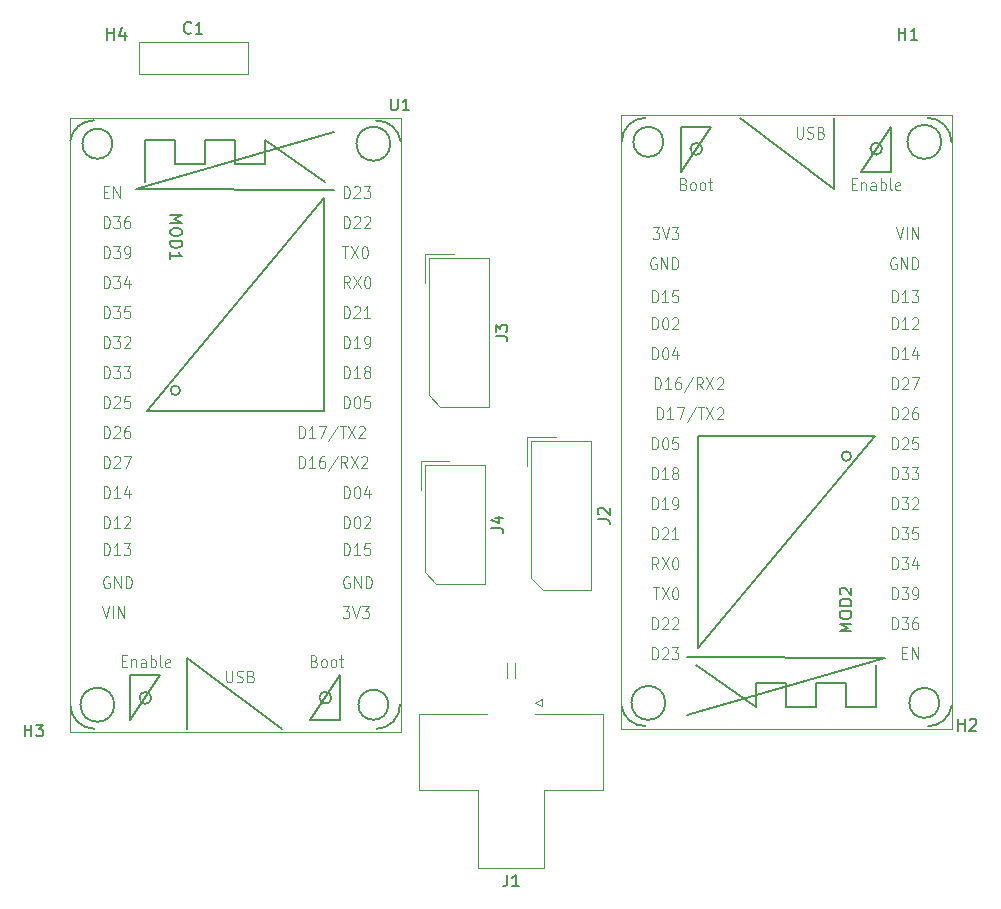
<source format=gbr>
%TF.GenerationSoftware,KiCad,Pcbnew,8.0.8*%
%TF.CreationDate,2025-06-20T17:29:20+09:00*%
%TF.ProjectId,2ndfloor_pole,326e6466-6c6f-46f7-925f-706f6c652e6b,rev?*%
%TF.SameCoordinates,Original*%
%TF.FileFunction,Legend,Top*%
%TF.FilePolarity,Positive*%
%FSLAX46Y46*%
G04 Gerber Fmt 4.6, Leading zero omitted, Abs format (unit mm)*
G04 Created by KiCad (PCBNEW 8.0.8) date 2025-06-20 17:29:20*
%MOMM*%
%LPD*%
G01*
G04 APERTURE LIST*
%ADD10C,0.150000*%
%ADD11C,0.124999*%
%ADD12C,0.120000*%
%ADD13C,0.200000*%
G04 APERTURE END LIST*
D10*
X97754819Y-97833333D02*
X98469104Y-97833333D01*
X98469104Y-97833333D02*
X98611961Y-97880952D01*
X98611961Y-97880952D02*
X98707200Y-97976190D01*
X98707200Y-97976190D02*
X98754819Y-98119047D01*
X98754819Y-98119047D02*
X98754819Y-98214285D01*
X98088152Y-96928571D02*
X98754819Y-96928571D01*
X97707200Y-97166666D02*
X98421485Y-97404761D01*
X98421485Y-97404761D02*
X98421485Y-96785714D01*
X132238095Y-56454819D02*
X132238095Y-55454819D01*
X132238095Y-55931009D02*
X132809523Y-55931009D01*
X132809523Y-56454819D02*
X132809523Y-55454819D01*
X133809523Y-56454819D02*
X133238095Y-56454819D01*
X133523809Y-56454819D02*
X133523809Y-55454819D01*
X133523809Y-55454819D02*
X133428571Y-55597676D01*
X133428571Y-55597676D02*
X133333333Y-55692914D01*
X133333333Y-55692914D02*
X133238095Y-55740533D01*
X98104819Y-81583333D02*
X98819104Y-81583333D01*
X98819104Y-81583333D02*
X98961961Y-81630952D01*
X98961961Y-81630952D02*
X99057200Y-81726190D01*
X99057200Y-81726190D02*
X99104819Y-81869047D01*
X99104819Y-81869047D02*
X99104819Y-81964285D01*
X98104819Y-81202380D02*
X98104819Y-80583333D01*
X98104819Y-80583333D02*
X98485771Y-80916666D01*
X98485771Y-80916666D02*
X98485771Y-80773809D01*
X98485771Y-80773809D02*
X98533390Y-80678571D01*
X98533390Y-80678571D02*
X98581009Y-80630952D01*
X98581009Y-80630952D02*
X98676247Y-80583333D01*
X98676247Y-80583333D02*
X98914342Y-80583333D01*
X98914342Y-80583333D02*
X99009580Y-80630952D01*
X99009580Y-80630952D02*
X99057200Y-80678571D01*
X99057200Y-80678571D02*
X99104819Y-80773809D01*
X99104819Y-80773809D02*
X99104819Y-81059523D01*
X99104819Y-81059523D02*
X99057200Y-81154761D01*
X99057200Y-81154761D02*
X99009580Y-81202380D01*
X72333333Y-55859580D02*
X72285714Y-55907200D01*
X72285714Y-55907200D02*
X72142857Y-55954819D01*
X72142857Y-55954819D02*
X72047619Y-55954819D01*
X72047619Y-55954819D02*
X71904762Y-55907200D01*
X71904762Y-55907200D02*
X71809524Y-55811961D01*
X71809524Y-55811961D02*
X71761905Y-55716723D01*
X71761905Y-55716723D02*
X71714286Y-55526247D01*
X71714286Y-55526247D02*
X71714286Y-55383390D01*
X71714286Y-55383390D02*
X71761905Y-55192914D01*
X71761905Y-55192914D02*
X71809524Y-55097676D01*
X71809524Y-55097676D02*
X71904762Y-55002438D01*
X71904762Y-55002438D02*
X72047619Y-54954819D01*
X72047619Y-54954819D02*
X72142857Y-54954819D01*
X72142857Y-54954819D02*
X72285714Y-55002438D01*
X72285714Y-55002438D02*
X72333333Y-55050057D01*
X73285714Y-55954819D02*
X72714286Y-55954819D01*
X73000000Y-55954819D02*
X73000000Y-54954819D01*
X73000000Y-54954819D02*
X72904762Y-55097676D01*
X72904762Y-55097676D02*
X72809524Y-55192914D01*
X72809524Y-55192914D02*
X72714286Y-55240533D01*
X128234819Y-106563332D02*
X127234819Y-106563332D01*
X127234819Y-106563332D02*
X127949104Y-106229999D01*
X127949104Y-106229999D02*
X127234819Y-105896666D01*
X127234819Y-105896666D02*
X128234819Y-105896666D01*
X127234819Y-105229999D02*
X127234819Y-105039523D01*
X127234819Y-105039523D02*
X127282438Y-104944285D01*
X127282438Y-104944285D02*
X127377676Y-104849047D01*
X127377676Y-104849047D02*
X127568152Y-104801428D01*
X127568152Y-104801428D02*
X127901485Y-104801428D01*
X127901485Y-104801428D02*
X128091961Y-104849047D01*
X128091961Y-104849047D02*
X128187200Y-104944285D01*
X128187200Y-104944285D02*
X128234819Y-105039523D01*
X128234819Y-105039523D02*
X128234819Y-105229999D01*
X128234819Y-105229999D02*
X128187200Y-105325237D01*
X128187200Y-105325237D02*
X128091961Y-105420475D01*
X128091961Y-105420475D02*
X127901485Y-105468094D01*
X127901485Y-105468094D02*
X127568152Y-105468094D01*
X127568152Y-105468094D02*
X127377676Y-105420475D01*
X127377676Y-105420475D02*
X127282438Y-105325237D01*
X127282438Y-105325237D02*
X127234819Y-105229999D01*
X128234819Y-104372856D02*
X127234819Y-104372856D01*
X127234819Y-104372856D02*
X127234819Y-104134761D01*
X127234819Y-104134761D02*
X127282438Y-103991904D01*
X127282438Y-103991904D02*
X127377676Y-103896666D01*
X127377676Y-103896666D02*
X127472914Y-103849047D01*
X127472914Y-103849047D02*
X127663390Y-103801428D01*
X127663390Y-103801428D02*
X127806247Y-103801428D01*
X127806247Y-103801428D02*
X127996723Y-103849047D01*
X127996723Y-103849047D02*
X128091961Y-103896666D01*
X128091961Y-103896666D02*
X128187200Y-103991904D01*
X128187200Y-103991904D02*
X128234819Y-104134761D01*
X128234819Y-104134761D02*
X128234819Y-104372856D01*
X127330057Y-103420475D02*
X127282438Y-103372856D01*
X127282438Y-103372856D02*
X127234819Y-103277618D01*
X127234819Y-103277618D02*
X127234819Y-103039523D01*
X127234819Y-103039523D02*
X127282438Y-102944285D01*
X127282438Y-102944285D02*
X127330057Y-102896666D01*
X127330057Y-102896666D02*
X127425295Y-102849047D01*
X127425295Y-102849047D02*
X127520533Y-102849047D01*
X127520533Y-102849047D02*
X127663390Y-102896666D01*
X127663390Y-102896666D02*
X128234819Y-103468094D01*
X128234819Y-103468094D02*
X128234819Y-102849047D01*
D11*
X131670375Y-101300843D02*
X131670375Y-100300845D01*
X131670375Y-100300845D02*
X131884660Y-100300845D01*
X131884660Y-100300845D02*
X132013231Y-100348464D01*
X132013231Y-100348464D02*
X132098945Y-100443702D01*
X132098945Y-100443702D02*
X132141802Y-100538940D01*
X132141802Y-100538940D02*
X132184659Y-100729416D01*
X132184659Y-100729416D02*
X132184659Y-100872273D01*
X132184659Y-100872273D02*
X132141802Y-101062749D01*
X132141802Y-101062749D02*
X132098945Y-101157987D01*
X132098945Y-101157987D02*
X132013231Y-101253225D01*
X132013231Y-101253225D02*
X131884660Y-101300843D01*
X131884660Y-101300843D02*
X131670375Y-101300843D01*
X132484659Y-100300845D02*
X133041800Y-100300845D01*
X133041800Y-100300845D02*
X132741801Y-100681797D01*
X132741801Y-100681797D02*
X132870372Y-100681797D01*
X132870372Y-100681797D02*
X132956086Y-100729416D01*
X132956086Y-100729416D02*
X132998943Y-100777035D01*
X132998943Y-100777035D02*
X133041800Y-100872273D01*
X133041800Y-100872273D02*
X133041800Y-101110368D01*
X133041800Y-101110368D02*
X132998943Y-101205606D01*
X132998943Y-101205606D02*
X132956086Y-101253225D01*
X132956086Y-101253225D02*
X132870372Y-101300843D01*
X132870372Y-101300843D02*
X132613230Y-101300843D01*
X132613230Y-101300843D02*
X132527516Y-101253225D01*
X132527516Y-101253225D02*
X132484659Y-101205606D01*
X133813227Y-100634178D02*
X133813227Y-101300843D01*
X133598942Y-100253227D02*
X133384657Y-100967511D01*
X133384657Y-100967511D02*
X133941798Y-100967511D01*
X111350375Y-78694843D02*
X111350375Y-77694845D01*
X111350375Y-77694845D02*
X111564660Y-77694845D01*
X111564660Y-77694845D02*
X111693231Y-77742464D01*
X111693231Y-77742464D02*
X111778945Y-77837702D01*
X111778945Y-77837702D02*
X111821802Y-77932940D01*
X111821802Y-77932940D02*
X111864659Y-78123416D01*
X111864659Y-78123416D02*
X111864659Y-78266273D01*
X111864659Y-78266273D02*
X111821802Y-78456749D01*
X111821802Y-78456749D02*
X111778945Y-78551987D01*
X111778945Y-78551987D02*
X111693231Y-78647225D01*
X111693231Y-78647225D02*
X111564660Y-78694843D01*
X111564660Y-78694843D02*
X111350375Y-78694843D01*
X112721800Y-78694843D02*
X112207516Y-78694843D01*
X112464658Y-78694843D02*
X112464658Y-77694845D01*
X112464658Y-77694845D02*
X112378944Y-77837702D01*
X112378944Y-77837702D02*
X112293230Y-77932940D01*
X112293230Y-77932940D02*
X112207516Y-77980559D01*
X113536084Y-77694845D02*
X113107514Y-77694845D01*
X113107514Y-77694845D02*
X113064657Y-78171035D01*
X113064657Y-78171035D02*
X113107514Y-78123416D01*
X113107514Y-78123416D02*
X113193228Y-78075797D01*
X113193228Y-78075797D02*
X113407513Y-78075797D01*
X113407513Y-78075797D02*
X113493227Y-78123416D01*
X113493227Y-78123416D02*
X113536084Y-78171035D01*
X113536084Y-78171035D02*
X113578941Y-78266273D01*
X113578941Y-78266273D02*
X113578941Y-78504368D01*
X113578941Y-78504368D02*
X113536084Y-78599606D01*
X113536084Y-78599606D02*
X113493227Y-78647225D01*
X113493227Y-78647225D02*
X113407513Y-78694843D01*
X113407513Y-78694843D02*
X113193228Y-78694843D01*
X113193228Y-78694843D02*
X113107514Y-78647225D01*
X113107514Y-78647225D02*
X113064657Y-78599606D01*
X111350375Y-106380843D02*
X111350375Y-105380845D01*
X111350375Y-105380845D02*
X111564660Y-105380845D01*
X111564660Y-105380845D02*
X111693231Y-105428464D01*
X111693231Y-105428464D02*
X111778945Y-105523702D01*
X111778945Y-105523702D02*
X111821802Y-105618940D01*
X111821802Y-105618940D02*
X111864659Y-105809416D01*
X111864659Y-105809416D02*
X111864659Y-105952273D01*
X111864659Y-105952273D02*
X111821802Y-106142749D01*
X111821802Y-106142749D02*
X111778945Y-106237987D01*
X111778945Y-106237987D02*
X111693231Y-106333225D01*
X111693231Y-106333225D02*
X111564660Y-106380843D01*
X111564660Y-106380843D02*
X111350375Y-106380843D01*
X112207516Y-105476083D02*
X112250373Y-105428464D01*
X112250373Y-105428464D02*
X112336087Y-105380845D01*
X112336087Y-105380845D02*
X112550372Y-105380845D01*
X112550372Y-105380845D02*
X112636086Y-105428464D01*
X112636086Y-105428464D02*
X112678943Y-105476083D01*
X112678943Y-105476083D02*
X112721800Y-105571321D01*
X112721800Y-105571321D02*
X112721800Y-105666559D01*
X112721800Y-105666559D02*
X112678943Y-105809416D01*
X112678943Y-105809416D02*
X112164659Y-106380843D01*
X112164659Y-106380843D02*
X112721800Y-106380843D01*
X113064657Y-105476083D02*
X113107514Y-105428464D01*
X113107514Y-105428464D02*
X113193228Y-105380845D01*
X113193228Y-105380845D02*
X113407513Y-105380845D01*
X113407513Y-105380845D02*
X113493227Y-105428464D01*
X113493227Y-105428464D02*
X113536084Y-105476083D01*
X113536084Y-105476083D02*
X113578941Y-105571321D01*
X113578941Y-105571321D02*
X113578941Y-105666559D01*
X113578941Y-105666559D02*
X113536084Y-105809416D01*
X113536084Y-105809416D02*
X113021800Y-106380843D01*
X113021800Y-106380843D02*
X113578941Y-106380843D01*
X131670375Y-103840843D02*
X131670375Y-102840845D01*
X131670375Y-102840845D02*
X131884660Y-102840845D01*
X131884660Y-102840845D02*
X132013231Y-102888464D01*
X132013231Y-102888464D02*
X132098945Y-102983702D01*
X132098945Y-102983702D02*
X132141802Y-103078940D01*
X132141802Y-103078940D02*
X132184659Y-103269416D01*
X132184659Y-103269416D02*
X132184659Y-103412273D01*
X132184659Y-103412273D02*
X132141802Y-103602749D01*
X132141802Y-103602749D02*
X132098945Y-103697987D01*
X132098945Y-103697987D02*
X132013231Y-103793225D01*
X132013231Y-103793225D02*
X131884660Y-103840843D01*
X131884660Y-103840843D02*
X131670375Y-103840843D01*
X132484659Y-102840845D02*
X133041800Y-102840845D01*
X133041800Y-102840845D02*
X132741801Y-103221797D01*
X132741801Y-103221797D02*
X132870372Y-103221797D01*
X132870372Y-103221797D02*
X132956086Y-103269416D01*
X132956086Y-103269416D02*
X132998943Y-103317035D01*
X132998943Y-103317035D02*
X133041800Y-103412273D01*
X133041800Y-103412273D02*
X133041800Y-103650368D01*
X133041800Y-103650368D02*
X132998943Y-103745606D01*
X132998943Y-103745606D02*
X132956086Y-103793225D01*
X132956086Y-103793225D02*
X132870372Y-103840843D01*
X132870372Y-103840843D02*
X132613230Y-103840843D01*
X132613230Y-103840843D02*
X132527516Y-103793225D01*
X132527516Y-103793225D02*
X132484659Y-103745606D01*
X133470371Y-103840843D02*
X133641799Y-103840843D01*
X133641799Y-103840843D02*
X133727513Y-103793225D01*
X133727513Y-103793225D02*
X133770370Y-103745606D01*
X133770370Y-103745606D02*
X133856084Y-103602749D01*
X133856084Y-103602749D02*
X133898941Y-103412273D01*
X133898941Y-103412273D02*
X133898941Y-103031321D01*
X133898941Y-103031321D02*
X133856084Y-102936083D01*
X133856084Y-102936083D02*
X133813227Y-102888464D01*
X133813227Y-102888464D02*
X133727513Y-102840845D01*
X133727513Y-102840845D02*
X133556085Y-102840845D01*
X133556085Y-102840845D02*
X133470371Y-102888464D01*
X133470371Y-102888464D02*
X133427514Y-102936083D01*
X133427514Y-102936083D02*
X133384657Y-103031321D01*
X133384657Y-103031321D02*
X133384657Y-103269416D01*
X133384657Y-103269416D02*
X133427514Y-103364654D01*
X133427514Y-103364654D02*
X133470371Y-103412273D01*
X133470371Y-103412273D02*
X133556085Y-103459892D01*
X133556085Y-103459892D02*
X133727513Y-103459892D01*
X133727513Y-103459892D02*
X133813227Y-103412273D01*
X133813227Y-103412273D02*
X133856084Y-103364654D01*
X133856084Y-103364654D02*
X133898941Y-103269416D01*
X111350375Y-83520843D02*
X111350375Y-82520845D01*
X111350375Y-82520845D02*
X111564660Y-82520845D01*
X111564660Y-82520845D02*
X111693231Y-82568464D01*
X111693231Y-82568464D02*
X111778945Y-82663702D01*
X111778945Y-82663702D02*
X111821802Y-82758940D01*
X111821802Y-82758940D02*
X111864659Y-82949416D01*
X111864659Y-82949416D02*
X111864659Y-83092273D01*
X111864659Y-83092273D02*
X111821802Y-83282749D01*
X111821802Y-83282749D02*
X111778945Y-83377987D01*
X111778945Y-83377987D02*
X111693231Y-83473225D01*
X111693231Y-83473225D02*
X111564660Y-83520843D01*
X111564660Y-83520843D02*
X111350375Y-83520843D01*
X112421801Y-82520845D02*
X112507515Y-82520845D01*
X112507515Y-82520845D02*
X112593229Y-82568464D01*
X112593229Y-82568464D02*
X112636086Y-82616083D01*
X112636086Y-82616083D02*
X112678943Y-82711321D01*
X112678943Y-82711321D02*
X112721800Y-82901797D01*
X112721800Y-82901797D02*
X112721800Y-83139892D01*
X112721800Y-83139892D02*
X112678943Y-83330368D01*
X112678943Y-83330368D02*
X112636086Y-83425606D01*
X112636086Y-83425606D02*
X112593229Y-83473225D01*
X112593229Y-83473225D02*
X112507515Y-83520843D01*
X112507515Y-83520843D02*
X112421801Y-83520843D01*
X112421801Y-83520843D02*
X112336087Y-83473225D01*
X112336087Y-83473225D02*
X112293230Y-83425606D01*
X112293230Y-83425606D02*
X112250373Y-83330368D01*
X112250373Y-83330368D02*
X112207516Y-83139892D01*
X112207516Y-83139892D02*
X112207516Y-82901797D01*
X112207516Y-82901797D02*
X112250373Y-82711321D01*
X112250373Y-82711321D02*
X112293230Y-82616083D01*
X112293230Y-82616083D02*
X112336087Y-82568464D01*
X112336087Y-82568464D02*
X112421801Y-82520845D01*
X113493227Y-82854178D02*
X113493227Y-83520843D01*
X113278942Y-82473227D02*
X113064657Y-83187511D01*
X113064657Y-83187511D02*
X113621798Y-83187511D01*
X131670375Y-106380843D02*
X131670375Y-105380845D01*
X131670375Y-105380845D02*
X131884660Y-105380845D01*
X131884660Y-105380845D02*
X132013231Y-105428464D01*
X132013231Y-105428464D02*
X132098945Y-105523702D01*
X132098945Y-105523702D02*
X132141802Y-105618940D01*
X132141802Y-105618940D02*
X132184659Y-105809416D01*
X132184659Y-105809416D02*
X132184659Y-105952273D01*
X132184659Y-105952273D02*
X132141802Y-106142749D01*
X132141802Y-106142749D02*
X132098945Y-106237987D01*
X132098945Y-106237987D02*
X132013231Y-106333225D01*
X132013231Y-106333225D02*
X131884660Y-106380843D01*
X131884660Y-106380843D02*
X131670375Y-106380843D01*
X132484659Y-105380845D02*
X133041800Y-105380845D01*
X133041800Y-105380845D02*
X132741801Y-105761797D01*
X132741801Y-105761797D02*
X132870372Y-105761797D01*
X132870372Y-105761797D02*
X132956086Y-105809416D01*
X132956086Y-105809416D02*
X132998943Y-105857035D01*
X132998943Y-105857035D02*
X133041800Y-105952273D01*
X133041800Y-105952273D02*
X133041800Y-106190368D01*
X133041800Y-106190368D02*
X132998943Y-106285606D01*
X132998943Y-106285606D02*
X132956086Y-106333225D01*
X132956086Y-106333225D02*
X132870372Y-106380843D01*
X132870372Y-106380843D02*
X132613230Y-106380843D01*
X132613230Y-106380843D02*
X132527516Y-106333225D01*
X132527516Y-106333225D02*
X132484659Y-106285606D01*
X133813227Y-105380845D02*
X133641799Y-105380845D01*
X133641799Y-105380845D02*
X133556085Y-105428464D01*
X133556085Y-105428464D02*
X133513228Y-105476083D01*
X133513228Y-105476083D02*
X133427514Y-105618940D01*
X133427514Y-105618940D02*
X133384657Y-105809416D01*
X133384657Y-105809416D02*
X133384657Y-106190368D01*
X133384657Y-106190368D02*
X133427514Y-106285606D01*
X133427514Y-106285606D02*
X133470371Y-106333225D01*
X133470371Y-106333225D02*
X133556085Y-106380843D01*
X133556085Y-106380843D02*
X133727513Y-106380843D01*
X133727513Y-106380843D02*
X133813227Y-106333225D01*
X133813227Y-106333225D02*
X133856084Y-106285606D01*
X133856084Y-106285606D02*
X133898941Y-106190368D01*
X133898941Y-106190368D02*
X133898941Y-105952273D01*
X133898941Y-105952273D02*
X133856084Y-105857035D01*
X133856084Y-105857035D02*
X133813227Y-105809416D01*
X133813227Y-105809416D02*
X133727513Y-105761797D01*
X133727513Y-105761797D02*
X133556085Y-105761797D01*
X133556085Y-105761797D02*
X133470371Y-105809416D01*
X133470371Y-105809416D02*
X133427514Y-105857035D01*
X133427514Y-105857035D02*
X133384657Y-105952273D01*
X131670375Y-86060843D02*
X131670375Y-85060845D01*
X131670375Y-85060845D02*
X131884660Y-85060845D01*
X131884660Y-85060845D02*
X132013231Y-85108464D01*
X132013231Y-85108464D02*
X132098945Y-85203702D01*
X132098945Y-85203702D02*
X132141802Y-85298940D01*
X132141802Y-85298940D02*
X132184659Y-85489416D01*
X132184659Y-85489416D02*
X132184659Y-85632273D01*
X132184659Y-85632273D02*
X132141802Y-85822749D01*
X132141802Y-85822749D02*
X132098945Y-85917987D01*
X132098945Y-85917987D02*
X132013231Y-86013225D01*
X132013231Y-86013225D02*
X131884660Y-86060843D01*
X131884660Y-86060843D02*
X131670375Y-86060843D01*
X132527516Y-85156083D02*
X132570373Y-85108464D01*
X132570373Y-85108464D02*
X132656087Y-85060845D01*
X132656087Y-85060845D02*
X132870372Y-85060845D01*
X132870372Y-85060845D02*
X132956086Y-85108464D01*
X132956086Y-85108464D02*
X132998943Y-85156083D01*
X132998943Y-85156083D02*
X133041800Y-85251321D01*
X133041800Y-85251321D02*
X133041800Y-85346559D01*
X133041800Y-85346559D02*
X132998943Y-85489416D01*
X132998943Y-85489416D02*
X132484659Y-86060843D01*
X132484659Y-86060843D02*
X133041800Y-86060843D01*
X133341800Y-85060845D02*
X133941798Y-85060845D01*
X133941798Y-85060845D02*
X133556085Y-86060843D01*
X131670375Y-80980843D02*
X131670375Y-79980845D01*
X131670375Y-79980845D02*
X131884660Y-79980845D01*
X131884660Y-79980845D02*
X132013231Y-80028464D01*
X132013231Y-80028464D02*
X132098945Y-80123702D01*
X132098945Y-80123702D02*
X132141802Y-80218940D01*
X132141802Y-80218940D02*
X132184659Y-80409416D01*
X132184659Y-80409416D02*
X132184659Y-80552273D01*
X132184659Y-80552273D02*
X132141802Y-80742749D01*
X132141802Y-80742749D02*
X132098945Y-80837987D01*
X132098945Y-80837987D02*
X132013231Y-80933225D01*
X132013231Y-80933225D02*
X131884660Y-80980843D01*
X131884660Y-80980843D02*
X131670375Y-80980843D01*
X133041800Y-80980843D02*
X132527516Y-80980843D01*
X132784658Y-80980843D02*
X132784658Y-79980845D01*
X132784658Y-79980845D02*
X132698944Y-80123702D01*
X132698944Y-80123702D02*
X132613230Y-80218940D01*
X132613230Y-80218940D02*
X132527516Y-80266559D01*
X133384657Y-80076083D02*
X133427514Y-80028464D01*
X133427514Y-80028464D02*
X133513228Y-79980845D01*
X133513228Y-79980845D02*
X133727513Y-79980845D01*
X133727513Y-79980845D02*
X133813227Y-80028464D01*
X133813227Y-80028464D02*
X133856084Y-80076083D01*
X133856084Y-80076083D02*
X133898941Y-80171321D01*
X133898941Y-80171321D02*
X133898941Y-80266559D01*
X133898941Y-80266559D02*
X133856084Y-80409416D01*
X133856084Y-80409416D02*
X133341800Y-80980843D01*
X133341800Y-80980843D02*
X133898941Y-80980843D01*
X111580634Y-86060843D02*
X111580634Y-85060845D01*
X111580634Y-85060845D02*
X111794919Y-85060845D01*
X111794919Y-85060845D02*
X111923490Y-85108464D01*
X111923490Y-85108464D02*
X112009204Y-85203702D01*
X112009204Y-85203702D02*
X112052061Y-85298940D01*
X112052061Y-85298940D02*
X112094918Y-85489416D01*
X112094918Y-85489416D02*
X112094918Y-85632273D01*
X112094918Y-85632273D02*
X112052061Y-85822749D01*
X112052061Y-85822749D02*
X112009204Y-85917987D01*
X112009204Y-85917987D02*
X111923490Y-86013225D01*
X111923490Y-86013225D02*
X111794919Y-86060843D01*
X111794919Y-86060843D02*
X111580634Y-86060843D01*
X112952059Y-86060843D02*
X112437775Y-86060843D01*
X112694917Y-86060843D02*
X112694917Y-85060845D01*
X112694917Y-85060845D02*
X112609203Y-85203702D01*
X112609203Y-85203702D02*
X112523489Y-85298940D01*
X112523489Y-85298940D02*
X112437775Y-85346559D01*
X113723486Y-85060845D02*
X113552058Y-85060845D01*
X113552058Y-85060845D02*
X113466344Y-85108464D01*
X113466344Y-85108464D02*
X113423487Y-85156083D01*
X113423487Y-85156083D02*
X113337773Y-85298940D01*
X113337773Y-85298940D02*
X113294916Y-85489416D01*
X113294916Y-85489416D02*
X113294916Y-85870368D01*
X113294916Y-85870368D02*
X113337773Y-85965606D01*
X113337773Y-85965606D02*
X113380630Y-86013225D01*
X113380630Y-86013225D02*
X113466344Y-86060843D01*
X113466344Y-86060843D02*
X113637772Y-86060843D01*
X113637772Y-86060843D02*
X113723486Y-86013225D01*
X113723486Y-86013225D02*
X113766343Y-85965606D01*
X113766343Y-85965606D02*
X113809200Y-85870368D01*
X113809200Y-85870368D02*
X113809200Y-85632273D01*
X113809200Y-85632273D02*
X113766343Y-85537035D01*
X113766343Y-85537035D02*
X113723486Y-85489416D01*
X113723486Y-85489416D02*
X113637772Y-85441797D01*
X113637772Y-85441797D02*
X113466344Y-85441797D01*
X113466344Y-85441797D02*
X113380630Y-85489416D01*
X113380630Y-85489416D02*
X113337773Y-85537035D01*
X113337773Y-85537035D02*
X113294916Y-85632273D01*
X114837769Y-85013227D02*
X114066343Y-86298938D01*
X115652053Y-86060843D02*
X115352054Y-85584654D01*
X115137769Y-86060843D02*
X115137769Y-85060845D01*
X115137769Y-85060845D02*
X115480625Y-85060845D01*
X115480625Y-85060845D02*
X115566339Y-85108464D01*
X115566339Y-85108464D02*
X115609196Y-85156083D01*
X115609196Y-85156083D02*
X115652053Y-85251321D01*
X115652053Y-85251321D02*
X115652053Y-85394178D01*
X115652053Y-85394178D02*
X115609196Y-85489416D01*
X115609196Y-85489416D02*
X115566339Y-85537035D01*
X115566339Y-85537035D02*
X115480625Y-85584654D01*
X115480625Y-85584654D02*
X115137769Y-85584654D01*
X115952053Y-85060845D02*
X116552051Y-86060843D01*
X116552051Y-85060845D02*
X115952053Y-86060843D01*
X116852051Y-85156083D02*
X116894908Y-85108464D01*
X116894908Y-85108464D02*
X116980622Y-85060845D01*
X116980622Y-85060845D02*
X117194907Y-85060845D01*
X117194907Y-85060845D02*
X117280621Y-85108464D01*
X117280621Y-85108464D02*
X117323478Y-85156083D01*
X117323478Y-85156083D02*
X117366335Y-85251321D01*
X117366335Y-85251321D02*
X117366335Y-85346559D01*
X117366335Y-85346559D02*
X117323478Y-85489416D01*
X117323478Y-85489416D02*
X116809194Y-86060843D01*
X116809194Y-86060843D02*
X117366335Y-86060843D01*
X114015640Y-68675583D02*
X114144211Y-68723202D01*
X114144211Y-68723202D02*
X114187068Y-68770821D01*
X114187068Y-68770821D02*
X114229925Y-68866059D01*
X114229925Y-68866059D02*
X114229925Y-69008916D01*
X114229925Y-69008916D02*
X114187068Y-69104154D01*
X114187068Y-69104154D02*
X114144211Y-69151773D01*
X114144211Y-69151773D02*
X114058497Y-69199391D01*
X114058497Y-69199391D02*
X113715641Y-69199391D01*
X113715641Y-69199391D02*
X113715641Y-68199393D01*
X113715641Y-68199393D02*
X114015640Y-68199393D01*
X114015640Y-68199393D02*
X114101354Y-68247012D01*
X114101354Y-68247012D02*
X114144211Y-68294631D01*
X114144211Y-68294631D02*
X114187068Y-68389869D01*
X114187068Y-68389869D02*
X114187068Y-68485107D01*
X114187068Y-68485107D02*
X114144211Y-68580345D01*
X114144211Y-68580345D02*
X114101354Y-68627964D01*
X114101354Y-68627964D02*
X114015640Y-68675583D01*
X114015640Y-68675583D02*
X113715641Y-68675583D01*
X114744210Y-69199391D02*
X114658496Y-69151773D01*
X114658496Y-69151773D02*
X114615639Y-69104154D01*
X114615639Y-69104154D02*
X114572782Y-69008916D01*
X114572782Y-69008916D02*
X114572782Y-68723202D01*
X114572782Y-68723202D02*
X114615639Y-68627964D01*
X114615639Y-68627964D02*
X114658496Y-68580345D01*
X114658496Y-68580345D02*
X114744210Y-68532726D01*
X114744210Y-68532726D02*
X114872781Y-68532726D01*
X114872781Y-68532726D02*
X114958495Y-68580345D01*
X114958495Y-68580345D02*
X115001352Y-68627964D01*
X115001352Y-68627964D02*
X115044209Y-68723202D01*
X115044209Y-68723202D02*
X115044209Y-69008916D01*
X115044209Y-69008916D02*
X115001352Y-69104154D01*
X115001352Y-69104154D02*
X114958495Y-69151773D01*
X114958495Y-69151773D02*
X114872781Y-69199391D01*
X114872781Y-69199391D02*
X114744210Y-69199391D01*
X115558494Y-69199391D02*
X115472780Y-69151773D01*
X115472780Y-69151773D02*
X115429923Y-69104154D01*
X115429923Y-69104154D02*
X115387066Y-69008916D01*
X115387066Y-69008916D02*
X115387066Y-68723202D01*
X115387066Y-68723202D02*
X115429923Y-68627964D01*
X115429923Y-68627964D02*
X115472780Y-68580345D01*
X115472780Y-68580345D02*
X115558494Y-68532726D01*
X115558494Y-68532726D02*
X115687065Y-68532726D01*
X115687065Y-68532726D02*
X115772779Y-68580345D01*
X115772779Y-68580345D02*
X115815636Y-68627964D01*
X115815636Y-68627964D02*
X115858493Y-68723202D01*
X115858493Y-68723202D02*
X115858493Y-69008916D01*
X115858493Y-69008916D02*
X115815636Y-69104154D01*
X115815636Y-69104154D02*
X115772779Y-69151773D01*
X115772779Y-69151773D02*
X115687065Y-69199391D01*
X115687065Y-69199391D02*
X115558494Y-69199391D01*
X116115636Y-68532726D02*
X116458492Y-68532726D01*
X116244207Y-68199393D02*
X116244207Y-69056535D01*
X116244207Y-69056535D02*
X116287064Y-69151773D01*
X116287064Y-69151773D02*
X116372778Y-69199391D01*
X116372778Y-69199391D02*
X116458492Y-69199391D01*
X131670375Y-78694843D02*
X131670375Y-77694845D01*
X131670375Y-77694845D02*
X131884660Y-77694845D01*
X131884660Y-77694845D02*
X132013231Y-77742464D01*
X132013231Y-77742464D02*
X132098945Y-77837702D01*
X132098945Y-77837702D02*
X132141802Y-77932940D01*
X132141802Y-77932940D02*
X132184659Y-78123416D01*
X132184659Y-78123416D02*
X132184659Y-78266273D01*
X132184659Y-78266273D02*
X132141802Y-78456749D01*
X132141802Y-78456749D02*
X132098945Y-78551987D01*
X132098945Y-78551987D02*
X132013231Y-78647225D01*
X132013231Y-78647225D02*
X131884660Y-78694843D01*
X131884660Y-78694843D02*
X131670375Y-78694843D01*
X133041800Y-78694843D02*
X132527516Y-78694843D01*
X132784658Y-78694843D02*
X132784658Y-77694845D01*
X132784658Y-77694845D02*
X132698944Y-77837702D01*
X132698944Y-77837702D02*
X132613230Y-77932940D01*
X132613230Y-77932940D02*
X132527516Y-77980559D01*
X133341800Y-77694845D02*
X133898941Y-77694845D01*
X133898941Y-77694845D02*
X133598942Y-78075797D01*
X133598942Y-78075797D02*
X133727513Y-78075797D01*
X133727513Y-78075797D02*
X133813227Y-78123416D01*
X133813227Y-78123416D02*
X133856084Y-78171035D01*
X133856084Y-78171035D02*
X133898941Y-78266273D01*
X133898941Y-78266273D02*
X133898941Y-78504368D01*
X133898941Y-78504368D02*
X133856084Y-78599606D01*
X133856084Y-78599606D02*
X133813227Y-78647225D01*
X133813227Y-78647225D02*
X133727513Y-78694843D01*
X133727513Y-78694843D02*
X133470371Y-78694843D01*
X133470371Y-78694843D02*
X133384657Y-78647225D01*
X133384657Y-78647225D02*
X133341800Y-78599606D01*
X131670375Y-93680843D02*
X131670375Y-92680845D01*
X131670375Y-92680845D02*
X131884660Y-92680845D01*
X131884660Y-92680845D02*
X132013231Y-92728464D01*
X132013231Y-92728464D02*
X132098945Y-92823702D01*
X132098945Y-92823702D02*
X132141802Y-92918940D01*
X132141802Y-92918940D02*
X132184659Y-93109416D01*
X132184659Y-93109416D02*
X132184659Y-93252273D01*
X132184659Y-93252273D02*
X132141802Y-93442749D01*
X132141802Y-93442749D02*
X132098945Y-93537987D01*
X132098945Y-93537987D02*
X132013231Y-93633225D01*
X132013231Y-93633225D02*
X131884660Y-93680843D01*
X131884660Y-93680843D02*
X131670375Y-93680843D01*
X132484659Y-92680845D02*
X133041800Y-92680845D01*
X133041800Y-92680845D02*
X132741801Y-93061797D01*
X132741801Y-93061797D02*
X132870372Y-93061797D01*
X132870372Y-93061797D02*
X132956086Y-93109416D01*
X132956086Y-93109416D02*
X132998943Y-93157035D01*
X132998943Y-93157035D02*
X133041800Y-93252273D01*
X133041800Y-93252273D02*
X133041800Y-93490368D01*
X133041800Y-93490368D02*
X132998943Y-93585606D01*
X132998943Y-93585606D02*
X132956086Y-93633225D01*
X132956086Y-93633225D02*
X132870372Y-93680843D01*
X132870372Y-93680843D02*
X132613230Y-93680843D01*
X132613230Y-93680843D02*
X132527516Y-93633225D01*
X132527516Y-93633225D02*
X132484659Y-93585606D01*
X133341800Y-92680845D02*
X133898941Y-92680845D01*
X133898941Y-92680845D02*
X133598942Y-93061797D01*
X133598942Y-93061797D02*
X133727513Y-93061797D01*
X133727513Y-93061797D02*
X133813227Y-93109416D01*
X133813227Y-93109416D02*
X133856084Y-93157035D01*
X133856084Y-93157035D02*
X133898941Y-93252273D01*
X133898941Y-93252273D02*
X133898941Y-93490368D01*
X133898941Y-93490368D02*
X133856084Y-93585606D01*
X133856084Y-93585606D02*
X133813227Y-93633225D01*
X133813227Y-93633225D02*
X133727513Y-93680843D01*
X133727513Y-93680843D02*
X133470371Y-93680843D01*
X133470371Y-93680843D02*
X133384657Y-93633225D01*
X133384657Y-93633225D02*
X133341800Y-93585606D01*
X111350375Y-108920843D02*
X111350375Y-107920845D01*
X111350375Y-107920845D02*
X111564660Y-107920845D01*
X111564660Y-107920845D02*
X111693231Y-107968464D01*
X111693231Y-107968464D02*
X111778945Y-108063702D01*
X111778945Y-108063702D02*
X111821802Y-108158940D01*
X111821802Y-108158940D02*
X111864659Y-108349416D01*
X111864659Y-108349416D02*
X111864659Y-108492273D01*
X111864659Y-108492273D02*
X111821802Y-108682749D01*
X111821802Y-108682749D02*
X111778945Y-108777987D01*
X111778945Y-108777987D02*
X111693231Y-108873225D01*
X111693231Y-108873225D02*
X111564660Y-108920843D01*
X111564660Y-108920843D02*
X111350375Y-108920843D01*
X112207516Y-108016083D02*
X112250373Y-107968464D01*
X112250373Y-107968464D02*
X112336087Y-107920845D01*
X112336087Y-107920845D02*
X112550372Y-107920845D01*
X112550372Y-107920845D02*
X112636086Y-107968464D01*
X112636086Y-107968464D02*
X112678943Y-108016083D01*
X112678943Y-108016083D02*
X112721800Y-108111321D01*
X112721800Y-108111321D02*
X112721800Y-108206559D01*
X112721800Y-108206559D02*
X112678943Y-108349416D01*
X112678943Y-108349416D02*
X112164659Y-108920843D01*
X112164659Y-108920843D02*
X112721800Y-108920843D01*
X113021800Y-107920845D02*
X113578941Y-107920845D01*
X113578941Y-107920845D02*
X113278942Y-108301797D01*
X113278942Y-108301797D02*
X113407513Y-108301797D01*
X113407513Y-108301797D02*
X113493227Y-108349416D01*
X113493227Y-108349416D02*
X113536084Y-108397035D01*
X113536084Y-108397035D02*
X113578941Y-108492273D01*
X113578941Y-108492273D02*
X113578941Y-108730368D01*
X113578941Y-108730368D02*
X113536084Y-108825606D01*
X113536084Y-108825606D02*
X113493227Y-108873225D01*
X113493227Y-108873225D02*
X113407513Y-108920843D01*
X113407513Y-108920843D02*
X113150371Y-108920843D01*
X113150371Y-108920843D02*
X113064657Y-108873225D01*
X113064657Y-108873225D02*
X113021800Y-108825606D01*
X111794919Y-88600843D02*
X111794919Y-87600845D01*
X111794919Y-87600845D02*
X112009204Y-87600845D01*
X112009204Y-87600845D02*
X112137775Y-87648464D01*
X112137775Y-87648464D02*
X112223489Y-87743702D01*
X112223489Y-87743702D02*
X112266346Y-87838940D01*
X112266346Y-87838940D02*
X112309203Y-88029416D01*
X112309203Y-88029416D02*
X112309203Y-88172273D01*
X112309203Y-88172273D02*
X112266346Y-88362749D01*
X112266346Y-88362749D02*
X112223489Y-88457987D01*
X112223489Y-88457987D02*
X112137775Y-88553225D01*
X112137775Y-88553225D02*
X112009204Y-88600843D01*
X112009204Y-88600843D02*
X111794919Y-88600843D01*
X113166344Y-88600843D02*
X112652060Y-88600843D01*
X112909202Y-88600843D02*
X112909202Y-87600845D01*
X112909202Y-87600845D02*
X112823488Y-87743702D01*
X112823488Y-87743702D02*
X112737774Y-87838940D01*
X112737774Y-87838940D02*
X112652060Y-87886559D01*
X113466344Y-87600845D02*
X114066342Y-87600845D01*
X114066342Y-87600845D02*
X113680629Y-88600843D01*
X115052054Y-87553227D02*
X114280628Y-88838938D01*
X115223483Y-87600845D02*
X115737767Y-87600845D01*
X115480625Y-88600843D02*
X115480625Y-87600845D01*
X115952053Y-87600845D02*
X116552051Y-88600843D01*
X116552051Y-87600845D02*
X115952053Y-88600843D01*
X116852051Y-87696083D02*
X116894908Y-87648464D01*
X116894908Y-87648464D02*
X116980622Y-87600845D01*
X116980622Y-87600845D02*
X117194907Y-87600845D01*
X117194907Y-87600845D02*
X117280621Y-87648464D01*
X117280621Y-87648464D02*
X117323478Y-87696083D01*
X117323478Y-87696083D02*
X117366335Y-87791321D01*
X117366335Y-87791321D02*
X117366335Y-87886559D01*
X117366335Y-87886559D02*
X117323478Y-88029416D01*
X117323478Y-88029416D02*
X116809194Y-88600843D01*
X116809194Y-88600843D02*
X117366335Y-88600843D01*
X111350375Y-93680843D02*
X111350375Y-92680845D01*
X111350375Y-92680845D02*
X111564660Y-92680845D01*
X111564660Y-92680845D02*
X111693231Y-92728464D01*
X111693231Y-92728464D02*
X111778945Y-92823702D01*
X111778945Y-92823702D02*
X111821802Y-92918940D01*
X111821802Y-92918940D02*
X111864659Y-93109416D01*
X111864659Y-93109416D02*
X111864659Y-93252273D01*
X111864659Y-93252273D02*
X111821802Y-93442749D01*
X111821802Y-93442749D02*
X111778945Y-93537987D01*
X111778945Y-93537987D02*
X111693231Y-93633225D01*
X111693231Y-93633225D02*
X111564660Y-93680843D01*
X111564660Y-93680843D02*
X111350375Y-93680843D01*
X112721800Y-93680843D02*
X112207516Y-93680843D01*
X112464658Y-93680843D02*
X112464658Y-92680845D01*
X112464658Y-92680845D02*
X112378944Y-92823702D01*
X112378944Y-92823702D02*
X112293230Y-92918940D01*
X112293230Y-92918940D02*
X112207516Y-92966559D01*
X113236085Y-93109416D02*
X113150371Y-93061797D01*
X113150371Y-93061797D02*
X113107514Y-93014178D01*
X113107514Y-93014178D02*
X113064657Y-92918940D01*
X113064657Y-92918940D02*
X113064657Y-92871321D01*
X113064657Y-92871321D02*
X113107514Y-92776083D01*
X113107514Y-92776083D02*
X113150371Y-92728464D01*
X113150371Y-92728464D02*
X113236085Y-92680845D01*
X113236085Y-92680845D02*
X113407513Y-92680845D01*
X113407513Y-92680845D02*
X113493227Y-92728464D01*
X113493227Y-92728464D02*
X113536084Y-92776083D01*
X113536084Y-92776083D02*
X113578941Y-92871321D01*
X113578941Y-92871321D02*
X113578941Y-92918940D01*
X113578941Y-92918940D02*
X113536084Y-93014178D01*
X113536084Y-93014178D02*
X113493227Y-93061797D01*
X113493227Y-93061797D02*
X113407513Y-93109416D01*
X113407513Y-93109416D02*
X113236085Y-93109416D01*
X113236085Y-93109416D02*
X113150371Y-93157035D01*
X113150371Y-93157035D02*
X113107514Y-93204654D01*
X113107514Y-93204654D02*
X113064657Y-93299892D01*
X113064657Y-93299892D02*
X113064657Y-93490368D01*
X113064657Y-93490368D02*
X113107514Y-93585606D01*
X113107514Y-93585606D02*
X113150371Y-93633225D01*
X113150371Y-93633225D02*
X113236085Y-93680843D01*
X113236085Y-93680843D02*
X113407513Y-93680843D01*
X113407513Y-93680843D02*
X113493227Y-93633225D01*
X113493227Y-93633225D02*
X113536084Y-93585606D01*
X113536084Y-93585606D02*
X113578941Y-93490368D01*
X113578941Y-93490368D02*
X113578941Y-93299892D01*
X113578941Y-93299892D02*
X113536084Y-93204654D01*
X113536084Y-93204654D02*
X113493227Y-93157035D01*
X113493227Y-93157035D02*
X113407513Y-93109416D01*
X111436089Y-102840845D02*
X111950373Y-102840845D01*
X111693231Y-103840843D02*
X111693231Y-102840845D01*
X112164659Y-102840845D02*
X112764657Y-103840843D01*
X112764657Y-102840845D02*
X112164659Y-103840843D01*
X113278942Y-102840845D02*
X113364656Y-102840845D01*
X113364656Y-102840845D02*
X113450370Y-102888464D01*
X113450370Y-102888464D02*
X113493227Y-102936083D01*
X113493227Y-102936083D02*
X113536084Y-103031321D01*
X113536084Y-103031321D02*
X113578941Y-103221797D01*
X113578941Y-103221797D02*
X113578941Y-103459892D01*
X113578941Y-103459892D02*
X113536084Y-103650368D01*
X113536084Y-103650368D02*
X113493227Y-103745606D01*
X113493227Y-103745606D02*
X113450370Y-103793225D01*
X113450370Y-103793225D02*
X113364656Y-103840843D01*
X113364656Y-103840843D02*
X113278942Y-103840843D01*
X113278942Y-103840843D02*
X113193228Y-103793225D01*
X113193228Y-103793225D02*
X113150371Y-103745606D01*
X113150371Y-103745606D02*
X113107514Y-103650368D01*
X113107514Y-103650368D02*
X113064657Y-103459892D01*
X113064657Y-103459892D02*
X113064657Y-103221797D01*
X113064657Y-103221797D02*
X113107514Y-103031321D01*
X113107514Y-103031321D02*
X113150371Y-102936083D01*
X113150371Y-102936083D02*
X113193228Y-102888464D01*
X113193228Y-102888464D02*
X113278942Y-102840845D01*
X111350375Y-96220843D02*
X111350375Y-95220845D01*
X111350375Y-95220845D02*
X111564660Y-95220845D01*
X111564660Y-95220845D02*
X111693231Y-95268464D01*
X111693231Y-95268464D02*
X111778945Y-95363702D01*
X111778945Y-95363702D02*
X111821802Y-95458940D01*
X111821802Y-95458940D02*
X111864659Y-95649416D01*
X111864659Y-95649416D02*
X111864659Y-95792273D01*
X111864659Y-95792273D02*
X111821802Y-95982749D01*
X111821802Y-95982749D02*
X111778945Y-96077987D01*
X111778945Y-96077987D02*
X111693231Y-96173225D01*
X111693231Y-96173225D02*
X111564660Y-96220843D01*
X111564660Y-96220843D02*
X111350375Y-96220843D01*
X112721800Y-96220843D02*
X112207516Y-96220843D01*
X112464658Y-96220843D02*
X112464658Y-95220845D01*
X112464658Y-95220845D02*
X112378944Y-95363702D01*
X112378944Y-95363702D02*
X112293230Y-95458940D01*
X112293230Y-95458940D02*
X112207516Y-95506559D01*
X113150371Y-96220843D02*
X113321799Y-96220843D01*
X113321799Y-96220843D02*
X113407513Y-96173225D01*
X113407513Y-96173225D02*
X113450370Y-96125606D01*
X113450370Y-96125606D02*
X113536084Y-95982749D01*
X113536084Y-95982749D02*
X113578941Y-95792273D01*
X113578941Y-95792273D02*
X113578941Y-95411321D01*
X113578941Y-95411321D02*
X113536084Y-95316083D01*
X113536084Y-95316083D02*
X113493227Y-95268464D01*
X113493227Y-95268464D02*
X113407513Y-95220845D01*
X113407513Y-95220845D02*
X113236085Y-95220845D01*
X113236085Y-95220845D02*
X113150371Y-95268464D01*
X113150371Y-95268464D02*
X113107514Y-95316083D01*
X113107514Y-95316083D02*
X113064657Y-95411321D01*
X113064657Y-95411321D02*
X113064657Y-95649416D01*
X113064657Y-95649416D02*
X113107514Y-95744654D01*
X113107514Y-95744654D02*
X113150371Y-95792273D01*
X113150371Y-95792273D02*
X113236085Y-95839892D01*
X113236085Y-95839892D02*
X113407513Y-95839892D01*
X113407513Y-95839892D02*
X113493227Y-95792273D01*
X113493227Y-95792273D02*
X113536084Y-95744654D01*
X113536084Y-95744654D02*
X113578941Y-95649416D01*
X131670375Y-98760843D02*
X131670375Y-97760845D01*
X131670375Y-97760845D02*
X131884660Y-97760845D01*
X131884660Y-97760845D02*
X132013231Y-97808464D01*
X132013231Y-97808464D02*
X132098945Y-97903702D01*
X132098945Y-97903702D02*
X132141802Y-97998940D01*
X132141802Y-97998940D02*
X132184659Y-98189416D01*
X132184659Y-98189416D02*
X132184659Y-98332273D01*
X132184659Y-98332273D02*
X132141802Y-98522749D01*
X132141802Y-98522749D02*
X132098945Y-98617987D01*
X132098945Y-98617987D02*
X132013231Y-98713225D01*
X132013231Y-98713225D02*
X131884660Y-98760843D01*
X131884660Y-98760843D02*
X131670375Y-98760843D01*
X132484659Y-97760845D02*
X133041800Y-97760845D01*
X133041800Y-97760845D02*
X132741801Y-98141797D01*
X132741801Y-98141797D02*
X132870372Y-98141797D01*
X132870372Y-98141797D02*
X132956086Y-98189416D01*
X132956086Y-98189416D02*
X132998943Y-98237035D01*
X132998943Y-98237035D02*
X133041800Y-98332273D01*
X133041800Y-98332273D02*
X133041800Y-98570368D01*
X133041800Y-98570368D02*
X132998943Y-98665606D01*
X132998943Y-98665606D02*
X132956086Y-98713225D01*
X132956086Y-98713225D02*
X132870372Y-98760843D01*
X132870372Y-98760843D02*
X132613230Y-98760843D01*
X132613230Y-98760843D02*
X132527516Y-98713225D01*
X132527516Y-98713225D02*
X132484659Y-98665606D01*
X133856084Y-97760845D02*
X133427514Y-97760845D01*
X133427514Y-97760845D02*
X133384657Y-98237035D01*
X133384657Y-98237035D02*
X133427514Y-98189416D01*
X133427514Y-98189416D02*
X133513228Y-98141797D01*
X133513228Y-98141797D02*
X133727513Y-98141797D01*
X133727513Y-98141797D02*
X133813227Y-98189416D01*
X133813227Y-98189416D02*
X133856084Y-98237035D01*
X133856084Y-98237035D02*
X133898941Y-98332273D01*
X133898941Y-98332273D02*
X133898941Y-98570368D01*
X133898941Y-98570368D02*
X133856084Y-98665606D01*
X133856084Y-98665606D02*
X133813227Y-98713225D01*
X133813227Y-98713225D02*
X133727513Y-98760843D01*
X133727513Y-98760843D02*
X133513228Y-98760843D01*
X133513228Y-98760843D02*
X133427514Y-98713225D01*
X133427514Y-98713225D02*
X133384657Y-98665606D01*
X128260501Y-68675583D02*
X128560500Y-68675583D01*
X128689071Y-69199391D02*
X128260501Y-69199391D01*
X128260501Y-69199391D02*
X128260501Y-68199393D01*
X128260501Y-68199393D02*
X128689071Y-68199393D01*
X129074785Y-68532726D02*
X129074785Y-69199391D01*
X129074785Y-68627964D02*
X129117642Y-68580345D01*
X129117642Y-68580345D02*
X129203356Y-68532726D01*
X129203356Y-68532726D02*
X129331927Y-68532726D01*
X129331927Y-68532726D02*
X129417641Y-68580345D01*
X129417641Y-68580345D02*
X129460498Y-68675583D01*
X129460498Y-68675583D02*
X129460498Y-69199391D01*
X130274782Y-69199391D02*
X130274782Y-68675583D01*
X130274782Y-68675583D02*
X130231925Y-68580345D01*
X130231925Y-68580345D02*
X130146211Y-68532726D01*
X130146211Y-68532726D02*
X129974783Y-68532726D01*
X129974783Y-68532726D02*
X129889069Y-68580345D01*
X130274782Y-69151773D02*
X130189068Y-69199391D01*
X130189068Y-69199391D02*
X129974783Y-69199391D01*
X129974783Y-69199391D02*
X129889069Y-69151773D01*
X129889069Y-69151773D02*
X129846212Y-69056535D01*
X129846212Y-69056535D02*
X129846212Y-68961297D01*
X129846212Y-68961297D02*
X129889069Y-68866059D01*
X129889069Y-68866059D02*
X129974783Y-68818440D01*
X129974783Y-68818440D02*
X130189068Y-68818440D01*
X130189068Y-68818440D02*
X130274782Y-68770821D01*
X130703353Y-69199391D02*
X130703353Y-68199393D01*
X130703353Y-68580345D02*
X130789067Y-68532726D01*
X130789067Y-68532726D02*
X130960495Y-68532726D01*
X130960495Y-68532726D02*
X131046209Y-68580345D01*
X131046209Y-68580345D02*
X131089066Y-68627964D01*
X131089066Y-68627964D02*
X131131923Y-68723202D01*
X131131923Y-68723202D02*
X131131923Y-69008916D01*
X131131923Y-69008916D02*
X131089066Y-69104154D01*
X131089066Y-69104154D02*
X131046209Y-69151773D01*
X131046209Y-69151773D02*
X130960495Y-69199391D01*
X130960495Y-69199391D02*
X130789067Y-69199391D01*
X130789067Y-69199391D02*
X130703353Y-69151773D01*
X131646208Y-69199391D02*
X131560494Y-69151773D01*
X131560494Y-69151773D02*
X131517637Y-69056535D01*
X131517637Y-69056535D02*
X131517637Y-68199393D01*
X132331921Y-69151773D02*
X132246207Y-69199391D01*
X132246207Y-69199391D02*
X132074779Y-69199391D01*
X132074779Y-69199391D02*
X131989065Y-69151773D01*
X131989065Y-69151773D02*
X131946208Y-69056535D01*
X131946208Y-69056535D02*
X131946208Y-68675583D01*
X131946208Y-68675583D02*
X131989065Y-68580345D01*
X131989065Y-68580345D02*
X132074779Y-68532726D01*
X132074779Y-68532726D02*
X132246207Y-68532726D01*
X132246207Y-68532726D02*
X132331921Y-68580345D01*
X132331921Y-68580345D02*
X132374778Y-68675583D01*
X132374778Y-68675583D02*
X132374778Y-68770821D01*
X132374778Y-68770821D02*
X131946208Y-68866059D01*
X131670375Y-83520843D02*
X131670375Y-82520845D01*
X131670375Y-82520845D02*
X131884660Y-82520845D01*
X131884660Y-82520845D02*
X132013231Y-82568464D01*
X132013231Y-82568464D02*
X132098945Y-82663702D01*
X132098945Y-82663702D02*
X132141802Y-82758940D01*
X132141802Y-82758940D02*
X132184659Y-82949416D01*
X132184659Y-82949416D02*
X132184659Y-83092273D01*
X132184659Y-83092273D02*
X132141802Y-83282749D01*
X132141802Y-83282749D02*
X132098945Y-83377987D01*
X132098945Y-83377987D02*
X132013231Y-83473225D01*
X132013231Y-83473225D02*
X131884660Y-83520843D01*
X131884660Y-83520843D02*
X131670375Y-83520843D01*
X133041800Y-83520843D02*
X132527516Y-83520843D01*
X132784658Y-83520843D02*
X132784658Y-82520845D01*
X132784658Y-82520845D02*
X132698944Y-82663702D01*
X132698944Y-82663702D02*
X132613230Y-82758940D01*
X132613230Y-82758940D02*
X132527516Y-82806559D01*
X133813227Y-82854178D02*
X133813227Y-83520843D01*
X133598942Y-82473227D02*
X133384657Y-83187511D01*
X133384657Y-83187511D02*
X133941798Y-83187511D01*
X132527516Y-108397035D02*
X132827515Y-108397035D01*
X132956086Y-108920843D02*
X132527516Y-108920843D01*
X132527516Y-108920843D02*
X132527516Y-107920845D01*
X132527516Y-107920845D02*
X132956086Y-107920845D01*
X133341800Y-108920843D02*
X133341800Y-107920845D01*
X133341800Y-107920845D02*
X133856084Y-108920843D01*
X133856084Y-108920843D02*
X133856084Y-107920845D01*
X111693231Y-74948464D02*
X111607517Y-74900845D01*
X111607517Y-74900845D02*
X111478946Y-74900845D01*
X111478946Y-74900845D02*
X111350375Y-74948464D01*
X111350375Y-74948464D02*
X111264661Y-75043702D01*
X111264661Y-75043702D02*
X111221804Y-75138940D01*
X111221804Y-75138940D02*
X111178947Y-75329416D01*
X111178947Y-75329416D02*
X111178947Y-75472273D01*
X111178947Y-75472273D02*
X111221804Y-75662749D01*
X111221804Y-75662749D02*
X111264661Y-75757987D01*
X111264661Y-75757987D02*
X111350375Y-75853225D01*
X111350375Y-75853225D02*
X111478946Y-75900843D01*
X111478946Y-75900843D02*
X111564660Y-75900843D01*
X111564660Y-75900843D02*
X111693231Y-75853225D01*
X111693231Y-75853225D02*
X111736088Y-75805606D01*
X111736088Y-75805606D02*
X111736088Y-75472273D01*
X111736088Y-75472273D02*
X111564660Y-75472273D01*
X112121802Y-75900843D02*
X112121802Y-74900845D01*
X112121802Y-74900845D02*
X112636086Y-75900843D01*
X112636086Y-75900843D02*
X112636086Y-74900845D01*
X113064657Y-75900843D02*
X113064657Y-74900845D01*
X113064657Y-74900845D02*
X113278942Y-74900845D01*
X113278942Y-74900845D02*
X113407513Y-74948464D01*
X113407513Y-74948464D02*
X113493227Y-75043702D01*
X113493227Y-75043702D02*
X113536084Y-75138940D01*
X113536084Y-75138940D02*
X113578941Y-75329416D01*
X113578941Y-75329416D02*
X113578941Y-75472273D01*
X113578941Y-75472273D02*
X113536084Y-75662749D01*
X113536084Y-75662749D02*
X113493227Y-75757987D01*
X113493227Y-75757987D02*
X113407513Y-75853225D01*
X113407513Y-75853225D02*
X113278942Y-75900843D01*
X113278942Y-75900843D02*
X113064657Y-75900843D01*
X111864659Y-101300843D02*
X111564660Y-100824654D01*
X111350375Y-101300843D02*
X111350375Y-100300845D01*
X111350375Y-100300845D02*
X111693231Y-100300845D01*
X111693231Y-100300845D02*
X111778945Y-100348464D01*
X111778945Y-100348464D02*
X111821802Y-100396083D01*
X111821802Y-100396083D02*
X111864659Y-100491321D01*
X111864659Y-100491321D02*
X111864659Y-100634178D01*
X111864659Y-100634178D02*
X111821802Y-100729416D01*
X111821802Y-100729416D02*
X111778945Y-100777035D01*
X111778945Y-100777035D02*
X111693231Y-100824654D01*
X111693231Y-100824654D02*
X111350375Y-100824654D01*
X112164659Y-100300845D02*
X112764657Y-101300843D01*
X112764657Y-100300845D02*
X112164659Y-101300843D01*
X113278942Y-100300845D02*
X113364656Y-100300845D01*
X113364656Y-100300845D02*
X113450370Y-100348464D01*
X113450370Y-100348464D02*
X113493227Y-100396083D01*
X113493227Y-100396083D02*
X113536084Y-100491321D01*
X113536084Y-100491321D02*
X113578941Y-100681797D01*
X113578941Y-100681797D02*
X113578941Y-100919892D01*
X113578941Y-100919892D02*
X113536084Y-101110368D01*
X113536084Y-101110368D02*
X113493227Y-101205606D01*
X113493227Y-101205606D02*
X113450370Y-101253225D01*
X113450370Y-101253225D02*
X113364656Y-101300843D01*
X113364656Y-101300843D02*
X113278942Y-101300843D01*
X113278942Y-101300843D02*
X113193228Y-101253225D01*
X113193228Y-101253225D02*
X113150371Y-101205606D01*
X113150371Y-101205606D02*
X113107514Y-101110368D01*
X113107514Y-101110368D02*
X113064657Y-100919892D01*
X113064657Y-100919892D02*
X113064657Y-100681797D01*
X113064657Y-100681797D02*
X113107514Y-100491321D01*
X113107514Y-100491321D02*
X113150371Y-100396083D01*
X113150371Y-100396083D02*
X113193228Y-100348464D01*
X113193228Y-100348464D02*
X113278942Y-100300845D01*
X123594225Y-63827047D02*
X123594225Y-64636570D01*
X123594225Y-64636570D02*
X123637082Y-64731808D01*
X123637082Y-64731808D02*
X123679939Y-64779427D01*
X123679939Y-64779427D02*
X123765653Y-64827045D01*
X123765653Y-64827045D02*
X123937081Y-64827045D01*
X123937081Y-64827045D02*
X124022795Y-64779427D01*
X124022795Y-64779427D02*
X124065652Y-64731808D01*
X124065652Y-64731808D02*
X124108509Y-64636570D01*
X124108509Y-64636570D02*
X124108509Y-63827047D01*
X124494223Y-64779427D02*
X124622794Y-64827045D01*
X124622794Y-64827045D02*
X124837079Y-64827045D01*
X124837079Y-64827045D02*
X124922793Y-64779427D01*
X124922793Y-64779427D02*
X124965650Y-64731808D01*
X124965650Y-64731808D02*
X125008507Y-64636570D01*
X125008507Y-64636570D02*
X125008507Y-64541332D01*
X125008507Y-64541332D02*
X124965650Y-64446094D01*
X124965650Y-64446094D02*
X124922793Y-64398475D01*
X124922793Y-64398475D02*
X124837079Y-64350856D01*
X124837079Y-64350856D02*
X124665651Y-64303237D01*
X124665651Y-64303237D02*
X124579937Y-64255618D01*
X124579937Y-64255618D02*
X124537080Y-64207999D01*
X124537080Y-64207999D02*
X124494223Y-64112761D01*
X124494223Y-64112761D02*
X124494223Y-64017523D01*
X124494223Y-64017523D02*
X124537080Y-63922285D01*
X124537080Y-63922285D02*
X124579937Y-63874666D01*
X124579937Y-63874666D02*
X124665651Y-63827047D01*
X124665651Y-63827047D02*
X124879936Y-63827047D01*
X124879936Y-63827047D02*
X125008507Y-63874666D01*
X125694220Y-64303237D02*
X125822791Y-64350856D01*
X125822791Y-64350856D02*
X125865648Y-64398475D01*
X125865648Y-64398475D02*
X125908505Y-64493713D01*
X125908505Y-64493713D02*
X125908505Y-64636570D01*
X125908505Y-64636570D02*
X125865648Y-64731808D01*
X125865648Y-64731808D02*
X125822791Y-64779427D01*
X125822791Y-64779427D02*
X125737077Y-64827045D01*
X125737077Y-64827045D02*
X125394221Y-64827045D01*
X125394221Y-64827045D02*
X125394221Y-63827047D01*
X125394221Y-63827047D02*
X125694220Y-63827047D01*
X125694220Y-63827047D02*
X125779934Y-63874666D01*
X125779934Y-63874666D02*
X125822791Y-63922285D01*
X125822791Y-63922285D02*
X125865648Y-64017523D01*
X125865648Y-64017523D02*
X125865648Y-64112761D01*
X125865648Y-64112761D02*
X125822791Y-64207999D01*
X125822791Y-64207999D02*
X125779934Y-64255618D01*
X125779934Y-64255618D02*
X125694220Y-64303237D01*
X125694220Y-64303237D02*
X125394221Y-64303237D01*
X111393232Y-72360845D02*
X111950373Y-72360845D01*
X111950373Y-72360845D02*
X111650374Y-72741797D01*
X111650374Y-72741797D02*
X111778945Y-72741797D01*
X111778945Y-72741797D02*
X111864659Y-72789416D01*
X111864659Y-72789416D02*
X111907516Y-72837035D01*
X111907516Y-72837035D02*
X111950373Y-72932273D01*
X111950373Y-72932273D02*
X111950373Y-73170368D01*
X111950373Y-73170368D02*
X111907516Y-73265606D01*
X111907516Y-73265606D02*
X111864659Y-73313225D01*
X111864659Y-73313225D02*
X111778945Y-73360843D01*
X111778945Y-73360843D02*
X111521803Y-73360843D01*
X111521803Y-73360843D02*
X111436089Y-73313225D01*
X111436089Y-73313225D02*
X111393232Y-73265606D01*
X112207516Y-72360845D02*
X112507515Y-73360843D01*
X112507515Y-73360843D02*
X112807514Y-72360845D01*
X113021800Y-72360845D02*
X113578941Y-72360845D01*
X113578941Y-72360845D02*
X113278942Y-72741797D01*
X113278942Y-72741797D02*
X113407513Y-72741797D01*
X113407513Y-72741797D02*
X113493227Y-72789416D01*
X113493227Y-72789416D02*
X113536084Y-72837035D01*
X113536084Y-72837035D02*
X113578941Y-72932273D01*
X113578941Y-72932273D02*
X113578941Y-73170368D01*
X113578941Y-73170368D02*
X113536084Y-73265606D01*
X113536084Y-73265606D02*
X113493227Y-73313225D01*
X113493227Y-73313225D02*
X113407513Y-73360843D01*
X113407513Y-73360843D02*
X113150371Y-73360843D01*
X113150371Y-73360843D02*
X113064657Y-73313225D01*
X113064657Y-73313225D02*
X113021800Y-73265606D01*
X111350375Y-98760843D02*
X111350375Y-97760845D01*
X111350375Y-97760845D02*
X111564660Y-97760845D01*
X111564660Y-97760845D02*
X111693231Y-97808464D01*
X111693231Y-97808464D02*
X111778945Y-97903702D01*
X111778945Y-97903702D02*
X111821802Y-97998940D01*
X111821802Y-97998940D02*
X111864659Y-98189416D01*
X111864659Y-98189416D02*
X111864659Y-98332273D01*
X111864659Y-98332273D02*
X111821802Y-98522749D01*
X111821802Y-98522749D02*
X111778945Y-98617987D01*
X111778945Y-98617987D02*
X111693231Y-98713225D01*
X111693231Y-98713225D02*
X111564660Y-98760843D01*
X111564660Y-98760843D02*
X111350375Y-98760843D01*
X112207516Y-97856083D02*
X112250373Y-97808464D01*
X112250373Y-97808464D02*
X112336087Y-97760845D01*
X112336087Y-97760845D02*
X112550372Y-97760845D01*
X112550372Y-97760845D02*
X112636086Y-97808464D01*
X112636086Y-97808464D02*
X112678943Y-97856083D01*
X112678943Y-97856083D02*
X112721800Y-97951321D01*
X112721800Y-97951321D02*
X112721800Y-98046559D01*
X112721800Y-98046559D02*
X112678943Y-98189416D01*
X112678943Y-98189416D02*
X112164659Y-98760843D01*
X112164659Y-98760843D02*
X112721800Y-98760843D01*
X113578941Y-98760843D02*
X113064657Y-98760843D01*
X113321799Y-98760843D02*
X113321799Y-97760845D01*
X113321799Y-97760845D02*
X113236085Y-97903702D01*
X113236085Y-97903702D02*
X113150371Y-97998940D01*
X113150371Y-97998940D02*
X113064657Y-98046559D01*
X111350375Y-80980843D02*
X111350375Y-79980845D01*
X111350375Y-79980845D02*
X111564660Y-79980845D01*
X111564660Y-79980845D02*
X111693231Y-80028464D01*
X111693231Y-80028464D02*
X111778945Y-80123702D01*
X111778945Y-80123702D02*
X111821802Y-80218940D01*
X111821802Y-80218940D02*
X111864659Y-80409416D01*
X111864659Y-80409416D02*
X111864659Y-80552273D01*
X111864659Y-80552273D02*
X111821802Y-80742749D01*
X111821802Y-80742749D02*
X111778945Y-80837987D01*
X111778945Y-80837987D02*
X111693231Y-80933225D01*
X111693231Y-80933225D02*
X111564660Y-80980843D01*
X111564660Y-80980843D02*
X111350375Y-80980843D01*
X112421801Y-79980845D02*
X112507515Y-79980845D01*
X112507515Y-79980845D02*
X112593229Y-80028464D01*
X112593229Y-80028464D02*
X112636086Y-80076083D01*
X112636086Y-80076083D02*
X112678943Y-80171321D01*
X112678943Y-80171321D02*
X112721800Y-80361797D01*
X112721800Y-80361797D02*
X112721800Y-80599892D01*
X112721800Y-80599892D02*
X112678943Y-80790368D01*
X112678943Y-80790368D02*
X112636086Y-80885606D01*
X112636086Y-80885606D02*
X112593229Y-80933225D01*
X112593229Y-80933225D02*
X112507515Y-80980843D01*
X112507515Y-80980843D02*
X112421801Y-80980843D01*
X112421801Y-80980843D02*
X112336087Y-80933225D01*
X112336087Y-80933225D02*
X112293230Y-80885606D01*
X112293230Y-80885606D02*
X112250373Y-80790368D01*
X112250373Y-80790368D02*
X112207516Y-80599892D01*
X112207516Y-80599892D02*
X112207516Y-80361797D01*
X112207516Y-80361797D02*
X112250373Y-80171321D01*
X112250373Y-80171321D02*
X112293230Y-80076083D01*
X112293230Y-80076083D02*
X112336087Y-80028464D01*
X112336087Y-80028464D02*
X112421801Y-79980845D01*
X113064657Y-80076083D02*
X113107514Y-80028464D01*
X113107514Y-80028464D02*
X113193228Y-79980845D01*
X113193228Y-79980845D02*
X113407513Y-79980845D01*
X113407513Y-79980845D02*
X113493227Y-80028464D01*
X113493227Y-80028464D02*
X113536084Y-80076083D01*
X113536084Y-80076083D02*
X113578941Y-80171321D01*
X113578941Y-80171321D02*
X113578941Y-80266559D01*
X113578941Y-80266559D02*
X113536084Y-80409416D01*
X113536084Y-80409416D02*
X113021800Y-80980843D01*
X113021800Y-80980843D02*
X113578941Y-80980843D01*
X111350375Y-91140843D02*
X111350375Y-90140845D01*
X111350375Y-90140845D02*
X111564660Y-90140845D01*
X111564660Y-90140845D02*
X111693231Y-90188464D01*
X111693231Y-90188464D02*
X111778945Y-90283702D01*
X111778945Y-90283702D02*
X111821802Y-90378940D01*
X111821802Y-90378940D02*
X111864659Y-90569416D01*
X111864659Y-90569416D02*
X111864659Y-90712273D01*
X111864659Y-90712273D02*
X111821802Y-90902749D01*
X111821802Y-90902749D02*
X111778945Y-90997987D01*
X111778945Y-90997987D02*
X111693231Y-91093225D01*
X111693231Y-91093225D02*
X111564660Y-91140843D01*
X111564660Y-91140843D02*
X111350375Y-91140843D01*
X112421801Y-90140845D02*
X112507515Y-90140845D01*
X112507515Y-90140845D02*
X112593229Y-90188464D01*
X112593229Y-90188464D02*
X112636086Y-90236083D01*
X112636086Y-90236083D02*
X112678943Y-90331321D01*
X112678943Y-90331321D02*
X112721800Y-90521797D01*
X112721800Y-90521797D02*
X112721800Y-90759892D01*
X112721800Y-90759892D02*
X112678943Y-90950368D01*
X112678943Y-90950368D02*
X112636086Y-91045606D01*
X112636086Y-91045606D02*
X112593229Y-91093225D01*
X112593229Y-91093225D02*
X112507515Y-91140843D01*
X112507515Y-91140843D02*
X112421801Y-91140843D01*
X112421801Y-91140843D02*
X112336087Y-91093225D01*
X112336087Y-91093225D02*
X112293230Y-91045606D01*
X112293230Y-91045606D02*
X112250373Y-90950368D01*
X112250373Y-90950368D02*
X112207516Y-90759892D01*
X112207516Y-90759892D02*
X112207516Y-90521797D01*
X112207516Y-90521797D02*
X112250373Y-90331321D01*
X112250373Y-90331321D02*
X112293230Y-90236083D01*
X112293230Y-90236083D02*
X112336087Y-90188464D01*
X112336087Y-90188464D02*
X112421801Y-90140845D01*
X113536084Y-90140845D02*
X113107514Y-90140845D01*
X113107514Y-90140845D02*
X113064657Y-90617035D01*
X113064657Y-90617035D02*
X113107514Y-90569416D01*
X113107514Y-90569416D02*
X113193228Y-90521797D01*
X113193228Y-90521797D02*
X113407513Y-90521797D01*
X113407513Y-90521797D02*
X113493227Y-90569416D01*
X113493227Y-90569416D02*
X113536084Y-90617035D01*
X113536084Y-90617035D02*
X113578941Y-90712273D01*
X113578941Y-90712273D02*
X113578941Y-90950368D01*
X113578941Y-90950368D02*
X113536084Y-91045606D01*
X113536084Y-91045606D02*
X113493227Y-91093225D01*
X113493227Y-91093225D02*
X113407513Y-91140843D01*
X113407513Y-91140843D02*
X113193228Y-91140843D01*
X113193228Y-91140843D02*
X113107514Y-91093225D01*
X113107514Y-91093225D02*
X113064657Y-91045606D01*
X131670375Y-91140843D02*
X131670375Y-90140845D01*
X131670375Y-90140845D02*
X131884660Y-90140845D01*
X131884660Y-90140845D02*
X132013231Y-90188464D01*
X132013231Y-90188464D02*
X132098945Y-90283702D01*
X132098945Y-90283702D02*
X132141802Y-90378940D01*
X132141802Y-90378940D02*
X132184659Y-90569416D01*
X132184659Y-90569416D02*
X132184659Y-90712273D01*
X132184659Y-90712273D02*
X132141802Y-90902749D01*
X132141802Y-90902749D02*
X132098945Y-90997987D01*
X132098945Y-90997987D02*
X132013231Y-91093225D01*
X132013231Y-91093225D02*
X131884660Y-91140843D01*
X131884660Y-91140843D02*
X131670375Y-91140843D01*
X132527516Y-90236083D02*
X132570373Y-90188464D01*
X132570373Y-90188464D02*
X132656087Y-90140845D01*
X132656087Y-90140845D02*
X132870372Y-90140845D01*
X132870372Y-90140845D02*
X132956086Y-90188464D01*
X132956086Y-90188464D02*
X132998943Y-90236083D01*
X132998943Y-90236083D02*
X133041800Y-90331321D01*
X133041800Y-90331321D02*
X133041800Y-90426559D01*
X133041800Y-90426559D02*
X132998943Y-90569416D01*
X132998943Y-90569416D02*
X132484659Y-91140843D01*
X132484659Y-91140843D02*
X133041800Y-91140843D01*
X133856084Y-90140845D02*
X133427514Y-90140845D01*
X133427514Y-90140845D02*
X133384657Y-90617035D01*
X133384657Y-90617035D02*
X133427514Y-90569416D01*
X133427514Y-90569416D02*
X133513228Y-90521797D01*
X133513228Y-90521797D02*
X133727513Y-90521797D01*
X133727513Y-90521797D02*
X133813227Y-90569416D01*
X133813227Y-90569416D02*
X133856084Y-90617035D01*
X133856084Y-90617035D02*
X133898941Y-90712273D01*
X133898941Y-90712273D02*
X133898941Y-90950368D01*
X133898941Y-90950368D02*
X133856084Y-91045606D01*
X133856084Y-91045606D02*
X133813227Y-91093225D01*
X133813227Y-91093225D02*
X133727513Y-91140843D01*
X133727513Y-91140843D02*
X133513228Y-91140843D01*
X133513228Y-91140843D02*
X133427514Y-91093225D01*
X133427514Y-91093225D02*
X133384657Y-91045606D01*
X132013232Y-72360845D02*
X132313231Y-73360843D01*
X132313231Y-73360843D02*
X132613230Y-72360845D01*
X132913230Y-73360843D02*
X132913230Y-72360845D01*
X133341800Y-73360843D02*
X133341800Y-72360845D01*
X133341800Y-72360845D02*
X133856084Y-73360843D01*
X133856084Y-73360843D02*
X133856084Y-72360845D01*
X132013231Y-74948464D02*
X131927517Y-74900845D01*
X131927517Y-74900845D02*
X131798946Y-74900845D01*
X131798946Y-74900845D02*
X131670375Y-74948464D01*
X131670375Y-74948464D02*
X131584661Y-75043702D01*
X131584661Y-75043702D02*
X131541804Y-75138940D01*
X131541804Y-75138940D02*
X131498947Y-75329416D01*
X131498947Y-75329416D02*
X131498947Y-75472273D01*
X131498947Y-75472273D02*
X131541804Y-75662749D01*
X131541804Y-75662749D02*
X131584661Y-75757987D01*
X131584661Y-75757987D02*
X131670375Y-75853225D01*
X131670375Y-75853225D02*
X131798946Y-75900843D01*
X131798946Y-75900843D02*
X131884660Y-75900843D01*
X131884660Y-75900843D02*
X132013231Y-75853225D01*
X132013231Y-75853225D02*
X132056088Y-75805606D01*
X132056088Y-75805606D02*
X132056088Y-75472273D01*
X132056088Y-75472273D02*
X131884660Y-75472273D01*
X132441802Y-75900843D02*
X132441802Y-74900845D01*
X132441802Y-74900845D02*
X132956086Y-75900843D01*
X132956086Y-75900843D02*
X132956086Y-74900845D01*
X133384657Y-75900843D02*
X133384657Y-74900845D01*
X133384657Y-74900845D02*
X133598942Y-74900845D01*
X133598942Y-74900845D02*
X133727513Y-74948464D01*
X133727513Y-74948464D02*
X133813227Y-75043702D01*
X133813227Y-75043702D02*
X133856084Y-75138940D01*
X133856084Y-75138940D02*
X133898941Y-75329416D01*
X133898941Y-75329416D02*
X133898941Y-75472273D01*
X133898941Y-75472273D02*
X133856084Y-75662749D01*
X133856084Y-75662749D02*
X133813227Y-75757987D01*
X133813227Y-75757987D02*
X133727513Y-75853225D01*
X133727513Y-75853225D02*
X133598942Y-75900843D01*
X133598942Y-75900843D02*
X133384657Y-75900843D01*
X131670375Y-96220843D02*
X131670375Y-95220845D01*
X131670375Y-95220845D02*
X131884660Y-95220845D01*
X131884660Y-95220845D02*
X132013231Y-95268464D01*
X132013231Y-95268464D02*
X132098945Y-95363702D01*
X132098945Y-95363702D02*
X132141802Y-95458940D01*
X132141802Y-95458940D02*
X132184659Y-95649416D01*
X132184659Y-95649416D02*
X132184659Y-95792273D01*
X132184659Y-95792273D02*
X132141802Y-95982749D01*
X132141802Y-95982749D02*
X132098945Y-96077987D01*
X132098945Y-96077987D02*
X132013231Y-96173225D01*
X132013231Y-96173225D02*
X131884660Y-96220843D01*
X131884660Y-96220843D02*
X131670375Y-96220843D01*
X132484659Y-95220845D02*
X133041800Y-95220845D01*
X133041800Y-95220845D02*
X132741801Y-95601797D01*
X132741801Y-95601797D02*
X132870372Y-95601797D01*
X132870372Y-95601797D02*
X132956086Y-95649416D01*
X132956086Y-95649416D02*
X132998943Y-95697035D01*
X132998943Y-95697035D02*
X133041800Y-95792273D01*
X133041800Y-95792273D02*
X133041800Y-96030368D01*
X133041800Y-96030368D02*
X132998943Y-96125606D01*
X132998943Y-96125606D02*
X132956086Y-96173225D01*
X132956086Y-96173225D02*
X132870372Y-96220843D01*
X132870372Y-96220843D02*
X132613230Y-96220843D01*
X132613230Y-96220843D02*
X132527516Y-96173225D01*
X132527516Y-96173225D02*
X132484659Y-96125606D01*
X133384657Y-95316083D02*
X133427514Y-95268464D01*
X133427514Y-95268464D02*
X133513228Y-95220845D01*
X133513228Y-95220845D02*
X133727513Y-95220845D01*
X133727513Y-95220845D02*
X133813227Y-95268464D01*
X133813227Y-95268464D02*
X133856084Y-95316083D01*
X133856084Y-95316083D02*
X133898941Y-95411321D01*
X133898941Y-95411321D02*
X133898941Y-95506559D01*
X133898941Y-95506559D02*
X133856084Y-95649416D01*
X133856084Y-95649416D02*
X133341800Y-96220843D01*
X133341800Y-96220843D02*
X133898941Y-96220843D01*
X131670375Y-88600843D02*
X131670375Y-87600845D01*
X131670375Y-87600845D02*
X131884660Y-87600845D01*
X131884660Y-87600845D02*
X132013231Y-87648464D01*
X132013231Y-87648464D02*
X132098945Y-87743702D01*
X132098945Y-87743702D02*
X132141802Y-87838940D01*
X132141802Y-87838940D02*
X132184659Y-88029416D01*
X132184659Y-88029416D02*
X132184659Y-88172273D01*
X132184659Y-88172273D02*
X132141802Y-88362749D01*
X132141802Y-88362749D02*
X132098945Y-88457987D01*
X132098945Y-88457987D02*
X132013231Y-88553225D01*
X132013231Y-88553225D02*
X131884660Y-88600843D01*
X131884660Y-88600843D02*
X131670375Y-88600843D01*
X132527516Y-87696083D02*
X132570373Y-87648464D01*
X132570373Y-87648464D02*
X132656087Y-87600845D01*
X132656087Y-87600845D02*
X132870372Y-87600845D01*
X132870372Y-87600845D02*
X132956086Y-87648464D01*
X132956086Y-87648464D02*
X132998943Y-87696083D01*
X132998943Y-87696083D02*
X133041800Y-87791321D01*
X133041800Y-87791321D02*
X133041800Y-87886559D01*
X133041800Y-87886559D02*
X132998943Y-88029416D01*
X132998943Y-88029416D02*
X132484659Y-88600843D01*
X132484659Y-88600843D02*
X133041800Y-88600843D01*
X133813227Y-87600845D02*
X133641799Y-87600845D01*
X133641799Y-87600845D02*
X133556085Y-87648464D01*
X133556085Y-87648464D02*
X133513228Y-87696083D01*
X133513228Y-87696083D02*
X133427514Y-87838940D01*
X133427514Y-87838940D02*
X133384657Y-88029416D01*
X133384657Y-88029416D02*
X133384657Y-88410368D01*
X133384657Y-88410368D02*
X133427514Y-88505606D01*
X133427514Y-88505606D02*
X133470371Y-88553225D01*
X133470371Y-88553225D02*
X133556085Y-88600843D01*
X133556085Y-88600843D02*
X133727513Y-88600843D01*
X133727513Y-88600843D02*
X133813227Y-88553225D01*
X133813227Y-88553225D02*
X133856084Y-88505606D01*
X133856084Y-88505606D02*
X133898941Y-88410368D01*
X133898941Y-88410368D02*
X133898941Y-88172273D01*
X133898941Y-88172273D02*
X133856084Y-88077035D01*
X133856084Y-88077035D02*
X133813227Y-88029416D01*
X133813227Y-88029416D02*
X133727513Y-87981797D01*
X133727513Y-87981797D02*
X133556085Y-87981797D01*
X133556085Y-87981797D02*
X133470371Y-88029416D01*
X133470371Y-88029416D02*
X133427514Y-88077035D01*
X133427514Y-88077035D02*
X133384657Y-88172273D01*
D10*
X65238095Y-56454819D02*
X65238095Y-55454819D01*
X65238095Y-55931009D02*
X65809523Y-55931009D01*
X65809523Y-56454819D02*
X65809523Y-55454819D01*
X66714285Y-55788152D02*
X66714285Y-56454819D01*
X66476190Y-55407200D02*
X66238095Y-56121485D01*
X66238095Y-56121485D02*
X66857142Y-56121485D01*
X137238095Y-114954819D02*
X137238095Y-113954819D01*
X137238095Y-114431009D02*
X137809523Y-114431009D01*
X137809523Y-114954819D02*
X137809523Y-113954819D01*
X138238095Y-114050057D02*
X138285714Y-114002438D01*
X138285714Y-114002438D02*
X138380952Y-113954819D01*
X138380952Y-113954819D02*
X138619047Y-113954819D01*
X138619047Y-113954819D02*
X138714285Y-114002438D01*
X138714285Y-114002438D02*
X138761904Y-114050057D01*
X138761904Y-114050057D02*
X138809523Y-114145295D01*
X138809523Y-114145295D02*
X138809523Y-114240533D01*
X138809523Y-114240533D02*
X138761904Y-114383390D01*
X138761904Y-114383390D02*
X138190476Y-114954819D01*
X138190476Y-114954819D02*
X138809523Y-114954819D01*
X70559892Y-71316941D02*
X71559892Y-71316941D01*
X71559892Y-71316941D02*
X70845607Y-71650274D01*
X70845607Y-71650274D02*
X71559892Y-71983607D01*
X71559892Y-71983607D02*
X70559892Y-71983607D01*
X71559892Y-72650274D02*
X71559892Y-72840750D01*
X71559892Y-72840750D02*
X71512273Y-72935988D01*
X71512273Y-72935988D02*
X71417035Y-73031226D01*
X71417035Y-73031226D02*
X71226559Y-73078845D01*
X71226559Y-73078845D02*
X70893226Y-73078845D01*
X70893226Y-73078845D02*
X70702750Y-73031226D01*
X70702750Y-73031226D02*
X70607512Y-72935988D01*
X70607512Y-72935988D02*
X70559892Y-72840750D01*
X70559892Y-72840750D02*
X70559892Y-72650274D01*
X70559892Y-72650274D02*
X70607512Y-72555036D01*
X70607512Y-72555036D02*
X70702750Y-72459798D01*
X70702750Y-72459798D02*
X70893226Y-72412179D01*
X70893226Y-72412179D02*
X71226559Y-72412179D01*
X71226559Y-72412179D02*
X71417035Y-72459798D01*
X71417035Y-72459798D02*
X71512273Y-72555036D01*
X71512273Y-72555036D02*
X71559892Y-72650274D01*
X70559892Y-73507417D02*
X71559892Y-73507417D01*
X71559892Y-73507417D02*
X71559892Y-73745512D01*
X71559892Y-73745512D02*
X71512273Y-73888369D01*
X71512273Y-73888369D02*
X71417035Y-73983607D01*
X71417035Y-73983607D02*
X71321797Y-74031226D01*
X71321797Y-74031226D02*
X71131321Y-74078845D01*
X71131321Y-74078845D02*
X70988464Y-74078845D01*
X70988464Y-74078845D02*
X70797988Y-74031226D01*
X70797988Y-74031226D02*
X70702750Y-73983607D01*
X70702750Y-73983607D02*
X70607512Y-73888369D01*
X70607512Y-73888369D02*
X70559892Y-73745512D01*
X70559892Y-73745512D02*
X70559892Y-73507417D01*
X70559892Y-75031226D02*
X70559892Y-74459798D01*
X70559892Y-74745512D02*
X71559892Y-74745512D01*
X71559892Y-74745512D02*
X71417035Y-74650274D01*
X71417035Y-74650274D02*
X71321797Y-74555036D01*
X71321797Y-74555036D02*
X71274178Y-74459798D01*
D11*
X85258627Y-97811666D02*
X85258627Y-96811668D01*
X85258627Y-96811668D02*
X85472912Y-96811668D01*
X85472912Y-96811668D02*
X85601483Y-96859287D01*
X85601483Y-96859287D02*
X85687197Y-96954525D01*
X85687197Y-96954525D02*
X85730054Y-97049763D01*
X85730054Y-97049763D02*
X85772911Y-97240239D01*
X85772911Y-97240239D02*
X85772911Y-97383096D01*
X85772911Y-97383096D02*
X85730054Y-97573572D01*
X85730054Y-97573572D02*
X85687197Y-97668810D01*
X85687197Y-97668810D02*
X85601483Y-97764048D01*
X85601483Y-97764048D02*
X85472912Y-97811666D01*
X85472912Y-97811666D02*
X85258627Y-97811666D01*
X86330053Y-96811668D02*
X86415767Y-96811668D01*
X86415767Y-96811668D02*
X86501481Y-96859287D01*
X86501481Y-96859287D02*
X86544338Y-96906906D01*
X86544338Y-96906906D02*
X86587195Y-97002144D01*
X86587195Y-97002144D02*
X86630052Y-97192620D01*
X86630052Y-97192620D02*
X86630052Y-97430715D01*
X86630052Y-97430715D02*
X86587195Y-97621191D01*
X86587195Y-97621191D02*
X86544338Y-97716429D01*
X86544338Y-97716429D02*
X86501481Y-97764048D01*
X86501481Y-97764048D02*
X86415767Y-97811666D01*
X86415767Y-97811666D02*
X86330053Y-97811666D01*
X86330053Y-97811666D02*
X86244339Y-97764048D01*
X86244339Y-97764048D02*
X86201482Y-97716429D01*
X86201482Y-97716429D02*
X86158625Y-97621191D01*
X86158625Y-97621191D02*
X86115768Y-97430715D01*
X86115768Y-97430715D02*
X86115768Y-97192620D01*
X86115768Y-97192620D02*
X86158625Y-97002144D01*
X86158625Y-97002144D02*
X86201482Y-96906906D01*
X86201482Y-96906906D02*
X86244339Y-96859287D01*
X86244339Y-96859287D02*
X86330053Y-96811668D01*
X86972909Y-96906906D02*
X87015766Y-96859287D01*
X87015766Y-96859287D02*
X87101480Y-96811668D01*
X87101480Y-96811668D02*
X87315765Y-96811668D01*
X87315765Y-96811668D02*
X87401479Y-96859287D01*
X87401479Y-96859287D02*
X87444336Y-96906906D01*
X87444336Y-96906906D02*
X87487193Y-97002144D01*
X87487193Y-97002144D02*
X87487193Y-97097382D01*
X87487193Y-97097382D02*
X87444336Y-97240239D01*
X87444336Y-97240239D02*
X86930052Y-97811666D01*
X86930052Y-97811666D02*
X87487193Y-97811666D01*
X64938627Y-69347858D02*
X65238626Y-69347858D01*
X65367197Y-69871666D02*
X64938627Y-69871666D01*
X64938627Y-69871666D02*
X64938627Y-68871668D01*
X64938627Y-68871668D02*
X65367197Y-68871668D01*
X65752911Y-69871666D02*
X65752911Y-68871668D01*
X65752911Y-68871668D02*
X66267195Y-69871666D01*
X66267195Y-69871666D02*
X66267195Y-68871668D01*
X85730054Y-101939287D02*
X85644340Y-101891668D01*
X85644340Y-101891668D02*
X85515769Y-101891668D01*
X85515769Y-101891668D02*
X85387198Y-101939287D01*
X85387198Y-101939287D02*
X85301484Y-102034525D01*
X85301484Y-102034525D02*
X85258627Y-102129763D01*
X85258627Y-102129763D02*
X85215770Y-102320239D01*
X85215770Y-102320239D02*
X85215770Y-102463096D01*
X85215770Y-102463096D02*
X85258627Y-102653572D01*
X85258627Y-102653572D02*
X85301484Y-102748810D01*
X85301484Y-102748810D02*
X85387198Y-102844048D01*
X85387198Y-102844048D02*
X85515769Y-102891666D01*
X85515769Y-102891666D02*
X85601483Y-102891666D01*
X85601483Y-102891666D02*
X85730054Y-102844048D01*
X85730054Y-102844048D02*
X85772911Y-102796429D01*
X85772911Y-102796429D02*
X85772911Y-102463096D01*
X85772911Y-102463096D02*
X85601483Y-102463096D01*
X86158625Y-102891666D02*
X86158625Y-101891668D01*
X86158625Y-101891668D02*
X86672909Y-102891666D01*
X86672909Y-102891666D02*
X86672909Y-101891668D01*
X87101480Y-102891666D02*
X87101480Y-101891668D01*
X87101480Y-101891668D02*
X87315765Y-101891668D01*
X87315765Y-101891668D02*
X87444336Y-101939287D01*
X87444336Y-101939287D02*
X87530050Y-102034525D01*
X87530050Y-102034525D02*
X87572907Y-102129763D01*
X87572907Y-102129763D02*
X87615764Y-102320239D01*
X87615764Y-102320239D02*
X87615764Y-102463096D01*
X87615764Y-102463096D02*
X87572907Y-102653572D01*
X87572907Y-102653572D02*
X87530050Y-102748810D01*
X87530050Y-102748810D02*
X87444336Y-102844048D01*
X87444336Y-102844048D02*
X87315765Y-102891666D01*
X87315765Y-102891666D02*
X87101480Y-102891666D01*
X65410054Y-101939287D02*
X65324340Y-101891668D01*
X65324340Y-101891668D02*
X65195769Y-101891668D01*
X65195769Y-101891668D02*
X65067198Y-101939287D01*
X65067198Y-101939287D02*
X64981484Y-102034525D01*
X64981484Y-102034525D02*
X64938627Y-102129763D01*
X64938627Y-102129763D02*
X64895770Y-102320239D01*
X64895770Y-102320239D02*
X64895770Y-102463096D01*
X64895770Y-102463096D02*
X64938627Y-102653572D01*
X64938627Y-102653572D02*
X64981484Y-102748810D01*
X64981484Y-102748810D02*
X65067198Y-102844048D01*
X65067198Y-102844048D02*
X65195769Y-102891666D01*
X65195769Y-102891666D02*
X65281483Y-102891666D01*
X65281483Y-102891666D02*
X65410054Y-102844048D01*
X65410054Y-102844048D02*
X65452911Y-102796429D01*
X65452911Y-102796429D02*
X65452911Y-102463096D01*
X65452911Y-102463096D02*
X65281483Y-102463096D01*
X65838625Y-102891666D02*
X65838625Y-101891668D01*
X65838625Y-101891668D02*
X66352909Y-102891666D01*
X66352909Y-102891666D02*
X66352909Y-101891668D01*
X66781480Y-102891666D02*
X66781480Y-101891668D01*
X66781480Y-101891668D02*
X66995765Y-101891668D01*
X66995765Y-101891668D02*
X67124336Y-101939287D01*
X67124336Y-101939287D02*
X67210050Y-102034525D01*
X67210050Y-102034525D02*
X67252907Y-102129763D01*
X67252907Y-102129763D02*
X67295764Y-102320239D01*
X67295764Y-102320239D02*
X67295764Y-102463096D01*
X67295764Y-102463096D02*
X67252907Y-102653572D01*
X67252907Y-102653572D02*
X67210050Y-102748810D01*
X67210050Y-102748810D02*
X67124336Y-102844048D01*
X67124336Y-102844048D02*
X66995765Y-102891666D01*
X66995765Y-102891666D02*
X66781480Y-102891666D01*
X64938627Y-85111666D02*
X64938627Y-84111668D01*
X64938627Y-84111668D02*
X65152912Y-84111668D01*
X65152912Y-84111668D02*
X65281483Y-84159287D01*
X65281483Y-84159287D02*
X65367197Y-84254525D01*
X65367197Y-84254525D02*
X65410054Y-84349763D01*
X65410054Y-84349763D02*
X65452911Y-84540239D01*
X65452911Y-84540239D02*
X65452911Y-84683096D01*
X65452911Y-84683096D02*
X65410054Y-84873572D01*
X65410054Y-84873572D02*
X65367197Y-84968810D01*
X65367197Y-84968810D02*
X65281483Y-85064048D01*
X65281483Y-85064048D02*
X65152912Y-85111666D01*
X65152912Y-85111666D02*
X64938627Y-85111666D01*
X65752911Y-84111668D02*
X66310052Y-84111668D01*
X66310052Y-84111668D02*
X66010053Y-84492620D01*
X66010053Y-84492620D02*
X66138624Y-84492620D01*
X66138624Y-84492620D02*
X66224338Y-84540239D01*
X66224338Y-84540239D02*
X66267195Y-84587858D01*
X66267195Y-84587858D02*
X66310052Y-84683096D01*
X66310052Y-84683096D02*
X66310052Y-84921191D01*
X66310052Y-84921191D02*
X66267195Y-85016429D01*
X66267195Y-85016429D02*
X66224338Y-85064048D01*
X66224338Y-85064048D02*
X66138624Y-85111666D01*
X66138624Y-85111666D02*
X65881482Y-85111666D01*
X65881482Y-85111666D02*
X65795768Y-85064048D01*
X65795768Y-85064048D02*
X65752911Y-85016429D01*
X66610052Y-84111668D02*
X67167193Y-84111668D01*
X67167193Y-84111668D02*
X66867194Y-84492620D01*
X66867194Y-84492620D02*
X66995765Y-84492620D01*
X66995765Y-84492620D02*
X67081479Y-84540239D01*
X67081479Y-84540239D02*
X67124336Y-84587858D01*
X67124336Y-84587858D02*
X67167193Y-84683096D01*
X67167193Y-84683096D02*
X67167193Y-84921191D01*
X67167193Y-84921191D02*
X67124336Y-85016429D01*
X67124336Y-85016429D02*
X67081479Y-85064048D01*
X67081479Y-85064048D02*
X66995765Y-85111666D01*
X66995765Y-85111666D02*
X66738623Y-85111666D01*
X66738623Y-85111666D02*
X66652909Y-85064048D01*
X66652909Y-85064048D02*
X66610052Y-85016429D01*
X81471233Y-92731666D02*
X81471233Y-91731668D01*
X81471233Y-91731668D02*
X81685518Y-91731668D01*
X81685518Y-91731668D02*
X81814089Y-91779287D01*
X81814089Y-91779287D02*
X81899803Y-91874525D01*
X81899803Y-91874525D02*
X81942660Y-91969763D01*
X81942660Y-91969763D02*
X81985517Y-92160239D01*
X81985517Y-92160239D02*
X81985517Y-92303096D01*
X81985517Y-92303096D02*
X81942660Y-92493572D01*
X81942660Y-92493572D02*
X81899803Y-92588810D01*
X81899803Y-92588810D02*
X81814089Y-92684048D01*
X81814089Y-92684048D02*
X81685518Y-92731666D01*
X81685518Y-92731666D02*
X81471233Y-92731666D01*
X82842658Y-92731666D02*
X82328374Y-92731666D01*
X82585516Y-92731666D02*
X82585516Y-91731668D01*
X82585516Y-91731668D02*
X82499802Y-91874525D01*
X82499802Y-91874525D02*
X82414088Y-91969763D01*
X82414088Y-91969763D02*
X82328374Y-92017382D01*
X83614085Y-91731668D02*
X83442657Y-91731668D01*
X83442657Y-91731668D02*
X83356943Y-91779287D01*
X83356943Y-91779287D02*
X83314086Y-91826906D01*
X83314086Y-91826906D02*
X83228372Y-91969763D01*
X83228372Y-91969763D02*
X83185515Y-92160239D01*
X83185515Y-92160239D02*
X83185515Y-92541191D01*
X83185515Y-92541191D02*
X83228372Y-92636429D01*
X83228372Y-92636429D02*
X83271229Y-92684048D01*
X83271229Y-92684048D02*
X83356943Y-92731666D01*
X83356943Y-92731666D02*
X83528371Y-92731666D01*
X83528371Y-92731666D02*
X83614085Y-92684048D01*
X83614085Y-92684048D02*
X83656942Y-92636429D01*
X83656942Y-92636429D02*
X83699799Y-92541191D01*
X83699799Y-92541191D02*
X83699799Y-92303096D01*
X83699799Y-92303096D02*
X83656942Y-92207858D01*
X83656942Y-92207858D02*
X83614085Y-92160239D01*
X83614085Y-92160239D02*
X83528371Y-92112620D01*
X83528371Y-92112620D02*
X83356943Y-92112620D01*
X83356943Y-92112620D02*
X83271229Y-92160239D01*
X83271229Y-92160239D02*
X83228372Y-92207858D01*
X83228372Y-92207858D02*
X83185515Y-92303096D01*
X84728368Y-91684050D02*
X83956942Y-92969761D01*
X85542652Y-92731666D02*
X85242653Y-92255477D01*
X85028368Y-92731666D02*
X85028368Y-91731668D01*
X85028368Y-91731668D02*
X85371224Y-91731668D01*
X85371224Y-91731668D02*
X85456938Y-91779287D01*
X85456938Y-91779287D02*
X85499795Y-91826906D01*
X85499795Y-91826906D02*
X85542652Y-91922144D01*
X85542652Y-91922144D02*
X85542652Y-92065001D01*
X85542652Y-92065001D02*
X85499795Y-92160239D01*
X85499795Y-92160239D02*
X85456938Y-92207858D01*
X85456938Y-92207858D02*
X85371224Y-92255477D01*
X85371224Y-92255477D02*
X85028368Y-92255477D01*
X85842652Y-91731668D02*
X86442650Y-92731666D01*
X86442650Y-91731668D02*
X85842652Y-92731666D01*
X86742650Y-91826906D02*
X86785507Y-91779287D01*
X86785507Y-91779287D02*
X86871221Y-91731668D01*
X86871221Y-91731668D02*
X87085506Y-91731668D01*
X87085506Y-91731668D02*
X87171220Y-91779287D01*
X87171220Y-91779287D02*
X87214077Y-91826906D01*
X87214077Y-91826906D02*
X87256934Y-91922144D01*
X87256934Y-91922144D02*
X87256934Y-92017382D01*
X87256934Y-92017382D02*
X87214077Y-92160239D01*
X87214077Y-92160239D02*
X86699793Y-92731666D01*
X86699793Y-92731666D02*
X87256934Y-92731666D01*
X85172913Y-104431668D02*
X85730054Y-104431668D01*
X85730054Y-104431668D02*
X85430055Y-104812620D01*
X85430055Y-104812620D02*
X85558626Y-104812620D01*
X85558626Y-104812620D02*
X85644340Y-104860239D01*
X85644340Y-104860239D02*
X85687197Y-104907858D01*
X85687197Y-104907858D02*
X85730054Y-105003096D01*
X85730054Y-105003096D02*
X85730054Y-105241191D01*
X85730054Y-105241191D02*
X85687197Y-105336429D01*
X85687197Y-105336429D02*
X85644340Y-105384048D01*
X85644340Y-105384048D02*
X85558626Y-105431666D01*
X85558626Y-105431666D02*
X85301484Y-105431666D01*
X85301484Y-105431666D02*
X85215770Y-105384048D01*
X85215770Y-105384048D02*
X85172913Y-105336429D01*
X85987197Y-104431668D02*
X86287196Y-105431666D01*
X86287196Y-105431666D02*
X86587195Y-104431668D01*
X86801481Y-104431668D02*
X87358622Y-104431668D01*
X87358622Y-104431668D02*
X87058623Y-104812620D01*
X87058623Y-104812620D02*
X87187194Y-104812620D01*
X87187194Y-104812620D02*
X87272908Y-104860239D01*
X87272908Y-104860239D02*
X87315765Y-104907858D01*
X87315765Y-104907858D02*
X87358622Y-105003096D01*
X87358622Y-105003096D02*
X87358622Y-105241191D01*
X87358622Y-105241191D02*
X87315765Y-105336429D01*
X87315765Y-105336429D02*
X87272908Y-105384048D01*
X87272908Y-105384048D02*
X87187194Y-105431666D01*
X87187194Y-105431666D02*
X86930052Y-105431666D01*
X86930052Y-105431666D02*
X86844338Y-105384048D01*
X86844338Y-105384048D02*
X86801481Y-105336429D01*
X64938627Y-72411666D02*
X64938627Y-71411668D01*
X64938627Y-71411668D02*
X65152912Y-71411668D01*
X65152912Y-71411668D02*
X65281483Y-71459287D01*
X65281483Y-71459287D02*
X65367197Y-71554525D01*
X65367197Y-71554525D02*
X65410054Y-71649763D01*
X65410054Y-71649763D02*
X65452911Y-71840239D01*
X65452911Y-71840239D02*
X65452911Y-71983096D01*
X65452911Y-71983096D02*
X65410054Y-72173572D01*
X65410054Y-72173572D02*
X65367197Y-72268810D01*
X65367197Y-72268810D02*
X65281483Y-72364048D01*
X65281483Y-72364048D02*
X65152912Y-72411666D01*
X65152912Y-72411666D02*
X64938627Y-72411666D01*
X65752911Y-71411668D02*
X66310052Y-71411668D01*
X66310052Y-71411668D02*
X66010053Y-71792620D01*
X66010053Y-71792620D02*
X66138624Y-71792620D01*
X66138624Y-71792620D02*
X66224338Y-71840239D01*
X66224338Y-71840239D02*
X66267195Y-71887858D01*
X66267195Y-71887858D02*
X66310052Y-71983096D01*
X66310052Y-71983096D02*
X66310052Y-72221191D01*
X66310052Y-72221191D02*
X66267195Y-72316429D01*
X66267195Y-72316429D02*
X66224338Y-72364048D01*
X66224338Y-72364048D02*
X66138624Y-72411666D01*
X66138624Y-72411666D02*
X65881482Y-72411666D01*
X65881482Y-72411666D02*
X65795768Y-72364048D01*
X65795768Y-72364048D02*
X65752911Y-72316429D01*
X67081479Y-71411668D02*
X66910051Y-71411668D01*
X66910051Y-71411668D02*
X66824337Y-71459287D01*
X66824337Y-71459287D02*
X66781480Y-71506906D01*
X66781480Y-71506906D02*
X66695766Y-71649763D01*
X66695766Y-71649763D02*
X66652909Y-71840239D01*
X66652909Y-71840239D02*
X66652909Y-72221191D01*
X66652909Y-72221191D02*
X66695766Y-72316429D01*
X66695766Y-72316429D02*
X66738623Y-72364048D01*
X66738623Y-72364048D02*
X66824337Y-72411666D01*
X66824337Y-72411666D02*
X66995765Y-72411666D01*
X66995765Y-72411666D02*
X67081479Y-72364048D01*
X67081479Y-72364048D02*
X67124336Y-72316429D01*
X67124336Y-72316429D02*
X67167193Y-72221191D01*
X67167193Y-72221191D02*
X67167193Y-71983096D01*
X67167193Y-71983096D02*
X67124336Y-71887858D01*
X67124336Y-71887858D02*
X67081479Y-71840239D01*
X67081479Y-71840239D02*
X66995765Y-71792620D01*
X66995765Y-71792620D02*
X66824337Y-71792620D01*
X66824337Y-71792620D02*
X66738623Y-71840239D01*
X66738623Y-71840239D02*
X66695766Y-71887858D01*
X66695766Y-71887858D02*
X66652909Y-71983096D01*
X64938627Y-95271666D02*
X64938627Y-94271668D01*
X64938627Y-94271668D02*
X65152912Y-94271668D01*
X65152912Y-94271668D02*
X65281483Y-94319287D01*
X65281483Y-94319287D02*
X65367197Y-94414525D01*
X65367197Y-94414525D02*
X65410054Y-94509763D01*
X65410054Y-94509763D02*
X65452911Y-94700239D01*
X65452911Y-94700239D02*
X65452911Y-94843096D01*
X65452911Y-94843096D02*
X65410054Y-95033572D01*
X65410054Y-95033572D02*
X65367197Y-95128810D01*
X65367197Y-95128810D02*
X65281483Y-95224048D01*
X65281483Y-95224048D02*
X65152912Y-95271666D01*
X65152912Y-95271666D02*
X64938627Y-95271666D01*
X66310052Y-95271666D02*
X65795768Y-95271666D01*
X66052910Y-95271666D02*
X66052910Y-94271668D01*
X66052910Y-94271668D02*
X65967196Y-94414525D01*
X65967196Y-94414525D02*
X65881482Y-94509763D01*
X65881482Y-94509763D02*
X65795768Y-94557382D01*
X67081479Y-94605001D02*
X67081479Y-95271666D01*
X66867194Y-94224050D02*
X66652909Y-94938334D01*
X66652909Y-94938334D02*
X67210050Y-94938334D01*
X85258627Y-69871666D02*
X85258627Y-68871668D01*
X85258627Y-68871668D02*
X85472912Y-68871668D01*
X85472912Y-68871668D02*
X85601483Y-68919287D01*
X85601483Y-68919287D02*
X85687197Y-69014525D01*
X85687197Y-69014525D02*
X85730054Y-69109763D01*
X85730054Y-69109763D02*
X85772911Y-69300239D01*
X85772911Y-69300239D02*
X85772911Y-69443096D01*
X85772911Y-69443096D02*
X85730054Y-69633572D01*
X85730054Y-69633572D02*
X85687197Y-69728810D01*
X85687197Y-69728810D02*
X85601483Y-69824048D01*
X85601483Y-69824048D02*
X85472912Y-69871666D01*
X85472912Y-69871666D02*
X85258627Y-69871666D01*
X86115768Y-68966906D02*
X86158625Y-68919287D01*
X86158625Y-68919287D02*
X86244339Y-68871668D01*
X86244339Y-68871668D02*
X86458624Y-68871668D01*
X86458624Y-68871668D02*
X86544338Y-68919287D01*
X86544338Y-68919287D02*
X86587195Y-68966906D01*
X86587195Y-68966906D02*
X86630052Y-69062144D01*
X86630052Y-69062144D02*
X86630052Y-69157382D01*
X86630052Y-69157382D02*
X86587195Y-69300239D01*
X86587195Y-69300239D02*
X86072911Y-69871666D01*
X86072911Y-69871666D02*
X86630052Y-69871666D01*
X86930052Y-68871668D02*
X87487193Y-68871668D01*
X87487193Y-68871668D02*
X87187194Y-69252620D01*
X87187194Y-69252620D02*
X87315765Y-69252620D01*
X87315765Y-69252620D02*
X87401479Y-69300239D01*
X87401479Y-69300239D02*
X87444336Y-69347858D01*
X87444336Y-69347858D02*
X87487193Y-69443096D01*
X87487193Y-69443096D02*
X87487193Y-69681191D01*
X87487193Y-69681191D02*
X87444336Y-69776429D01*
X87444336Y-69776429D02*
X87401479Y-69824048D01*
X87401479Y-69824048D02*
X87315765Y-69871666D01*
X87315765Y-69871666D02*
X87058623Y-69871666D01*
X87058623Y-69871666D02*
X86972909Y-69824048D01*
X86972909Y-69824048D02*
X86930052Y-69776429D01*
X64938627Y-87651666D02*
X64938627Y-86651668D01*
X64938627Y-86651668D02*
X65152912Y-86651668D01*
X65152912Y-86651668D02*
X65281483Y-86699287D01*
X65281483Y-86699287D02*
X65367197Y-86794525D01*
X65367197Y-86794525D02*
X65410054Y-86889763D01*
X65410054Y-86889763D02*
X65452911Y-87080239D01*
X65452911Y-87080239D02*
X65452911Y-87223096D01*
X65452911Y-87223096D02*
X65410054Y-87413572D01*
X65410054Y-87413572D02*
X65367197Y-87508810D01*
X65367197Y-87508810D02*
X65281483Y-87604048D01*
X65281483Y-87604048D02*
X65152912Y-87651666D01*
X65152912Y-87651666D02*
X64938627Y-87651666D01*
X65795768Y-86746906D02*
X65838625Y-86699287D01*
X65838625Y-86699287D02*
X65924339Y-86651668D01*
X65924339Y-86651668D02*
X66138624Y-86651668D01*
X66138624Y-86651668D02*
X66224338Y-86699287D01*
X66224338Y-86699287D02*
X66267195Y-86746906D01*
X66267195Y-86746906D02*
X66310052Y-86842144D01*
X66310052Y-86842144D02*
X66310052Y-86937382D01*
X66310052Y-86937382D02*
X66267195Y-87080239D01*
X66267195Y-87080239D02*
X65752911Y-87651666D01*
X65752911Y-87651666D02*
X66310052Y-87651666D01*
X67124336Y-86651668D02*
X66695766Y-86651668D01*
X66695766Y-86651668D02*
X66652909Y-87127858D01*
X66652909Y-87127858D02*
X66695766Y-87080239D01*
X66695766Y-87080239D02*
X66781480Y-87032620D01*
X66781480Y-87032620D02*
X66995765Y-87032620D01*
X66995765Y-87032620D02*
X67081479Y-87080239D01*
X67081479Y-87080239D02*
X67124336Y-87127858D01*
X67124336Y-87127858D02*
X67167193Y-87223096D01*
X67167193Y-87223096D02*
X67167193Y-87461191D01*
X67167193Y-87461191D02*
X67124336Y-87556429D01*
X67124336Y-87556429D02*
X67081479Y-87604048D01*
X67081479Y-87604048D02*
X66995765Y-87651666D01*
X66995765Y-87651666D02*
X66781480Y-87651666D01*
X66781480Y-87651666D02*
X66695766Y-87604048D01*
X66695766Y-87604048D02*
X66652909Y-87556429D01*
X85258627Y-87651666D02*
X85258627Y-86651668D01*
X85258627Y-86651668D02*
X85472912Y-86651668D01*
X85472912Y-86651668D02*
X85601483Y-86699287D01*
X85601483Y-86699287D02*
X85687197Y-86794525D01*
X85687197Y-86794525D02*
X85730054Y-86889763D01*
X85730054Y-86889763D02*
X85772911Y-87080239D01*
X85772911Y-87080239D02*
X85772911Y-87223096D01*
X85772911Y-87223096D02*
X85730054Y-87413572D01*
X85730054Y-87413572D02*
X85687197Y-87508810D01*
X85687197Y-87508810D02*
X85601483Y-87604048D01*
X85601483Y-87604048D02*
X85472912Y-87651666D01*
X85472912Y-87651666D02*
X85258627Y-87651666D01*
X86330053Y-86651668D02*
X86415767Y-86651668D01*
X86415767Y-86651668D02*
X86501481Y-86699287D01*
X86501481Y-86699287D02*
X86544338Y-86746906D01*
X86544338Y-86746906D02*
X86587195Y-86842144D01*
X86587195Y-86842144D02*
X86630052Y-87032620D01*
X86630052Y-87032620D02*
X86630052Y-87270715D01*
X86630052Y-87270715D02*
X86587195Y-87461191D01*
X86587195Y-87461191D02*
X86544338Y-87556429D01*
X86544338Y-87556429D02*
X86501481Y-87604048D01*
X86501481Y-87604048D02*
X86415767Y-87651666D01*
X86415767Y-87651666D02*
X86330053Y-87651666D01*
X86330053Y-87651666D02*
X86244339Y-87604048D01*
X86244339Y-87604048D02*
X86201482Y-87556429D01*
X86201482Y-87556429D02*
X86158625Y-87461191D01*
X86158625Y-87461191D02*
X86115768Y-87270715D01*
X86115768Y-87270715D02*
X86115768Y-87032620D01*
X86115768Y-87032620D02*
X86158625Y-86842144D01*
X86158625Y-86842144D02*
X86201482Y-86746906D01*
X86201482Y-86746906D02*
X86244339Y-86699287D01*
X86244339Y-86699287D02*
X86330053Y-86651668D01*
X87444336Y-86651668D02*
X87015766Y-86651668D01*
X87015766Y-86651668D02*
X86972909Y-87127858D01*
X86972909Y-87127858D02*
X87015766Y-87080239D01*
X87015766Y-87080239D02*
X87101480Y-87032620D01*
X87101480Y-87032620D02*
X87315765Y-87032620D01*
X87315765Y-87032620D02*
X87401479Y-87080239D01*
X87401479Y-87080239D02*
X87444336Y-87127858D01*
X87444336Y-87127858D02*
X87487193Y-87223096D01*
X87487193Y-87223096D02*
X87487193Y-87461191D01*
X87487193Y-87461191D02*
X87444336Y-87556429D01*
X87444336Y-87556429D02*
X87401479Y-87604048D01*
X87401479Y-87604048D02*
X87315765Y-87651666D01*
X87315765Y-87651666D02*
X87101480Y-87651666D01*
X87101480Y-87651666D02*
X87015766Y-87604048D01*
X87015766Y-87604048D02*
X86972909Y-87556429D01*
X64938627Y-80031666D02*
X64938627Y-79031668D01*
X64938627Y-79031668D02*
X65152912Y-79031668D01*
X65152912Y-79031668D02*
X65281483Y-79079287D01*
X65281483Y-79079287D02*
X65367197Y-79174525D01*
X65367197Y-79174525D02*
X65410054Y-79269763D01*
X65410054Y-79269763D02*
X65452911Y-79460239D01*
X65452911Y-79460239D02*
X65452911Y-79603096D01*
X65452911Y-79603096D02*
X65410054Y-79793572D01*
X65410054Y-79793572D02*
X65367197Y-79888810D01*
X65367197Y-79888810D02*
X65281483Y-79984048D01*
X65281483Y-79984048D02*
X65152912Y-80031666D01*
X65152912Y-80031666D02*
X64938627Y-80031666D01*
X65752911Y-79031668D02*
X66310052Y-79031668D01*
X66310052Y-79031668D02*
X66010053Y-79412620D01*
X66010053Y-79412620D02*
X66138624Y-79412620D01*
X66138624Y-79412620D02*
X66224338Y-79460239D01*
X66224338Y-79460239D02*
X66267195Y-79507858D01*
X66267195Y-79507858D02*
X66310052Y-79603096D01*
X66310052Y-79603096D02*
X66310052Y-79841191D01*
X66310052Y-79841191D02*
X66267195Y-79936429D01*
X66267195Y-79936429D02*
X66224338Y-79984048D01*
X66224338Y-79984048D02*
X66138624Y-80031666D01*
X66138624Y-80031666D02*
X65881482Y-80031666D01*
X65881482Y-80031666D02*
X65795768Y-79984048D01*
X65795768Y-79984048D02*
X65752911Y-79936429D01*
X67124336Y-79031668D02*
X66695766Y-79031668D01*
X66695766Y-79031668D02*
X66652909Y-79507858D01*
X66652909Y-79507858D02*
X66695766Y-79460239D01*
X66695766Y-79460239D02*
X66781480Y-79412620D01*
X66781480Y-79412620D02*
X66995765Y-79412620D01*
X66995765Y-79412620D02*
X67081479Y-79460239D01*
X67081479Y-79460239D02*
X67124336Y-79507858D01*
X67124336Y-79507858D02*
X67167193Y-79603096D01*
X67167193Y-79603096D02*
X67167193Y-79841191D01*
X67167193Y-79841191D02*
X67124336Y-79936429D01*
X67124336Y-79936429D02*
X67081479Y-79984048D01*
X67081479Y-79984048D02*
X66995765Y-80031666D01*
X66995765Y-80031666D02*
X66781480Y-80031666D01*
X66781480Y-80031666D02*
X66695766Y-79984048D01*
X66695766Y-79984048D02*
X66652909Y-79936429D01*
X64938627Y-92731666D02*
X64938627Y-91731668D01*
X64938627Y-91731668D02*
X65152912Y-91731668D01*
X65152912Y-91731668D02*
X65281483Y-91779287D01*
X65281483Y-91779287D02*
X65367197Y-91874525D01*
X65367197Y-91874525D02*
X65410054Y-91969763D01*
X65410054Y-91969763D02*
X65452911Y-92160239D01*
X65452911Y-92160239D02*
X65452911Y-92303096D01*
X65452911Y-92303096D02*
X65410054Y-92493572D01*
X65410054Y-92493572D02*
X65367197Y-92588810D01*
X65367197Y-92588810D02*
X65281483Y-92684048D01*
X65281483Y-92684048D02*
X65152912Y-92731666D01*
X65152912Y-92731666D02*
X64938627Y-92731666D01*
X65795768Y-91826906D02*
X65838625Y-91779287D01*
X65838625Y-91779287D02*
X65924339Y-91731668D01*
X65924339Y-91731668D02*
X66138624Y-91731668D01*
X66138624Y-91731668D02*
X66224338Y-91779287D01*
X66224338Y-91779287D02*
X66267195Y-91826906D01*
X66267195Y-91826906D02*
X66310052Y-91922144D01*
X66310052Y-91922144D02*
X66310052Y-92017382D01*
X66310052Y-92017382D02*
X66267195Y-92160239D01*
X66267195Y-92160239D02*
X65752911Y-92731666D01*
X65752911Y-92731666D02*
X66310052Y-92731666D01*
X66610052Y-91731668D02*
X67210050Y-91731668D01*
X67210050Y-91731668D02*
X66824337Y-92731666D01*
X64938627Y-77491666D02*
X64938627Y-76491668D01*
X64938627Y-76491668D02*
X65152912Y-76491668D01*
X65152912Y-76491668D02*
X65281483Y-76539287D01*
X65281483Y-76539287D02*
X65367197Y-76634525D01*
X65367197Y-76634525D02*
X65410054Y-76729763D01*
X65410054Y-76729763D02*
X65452911Y-76920239D01*
X65452911Y-76920239D02*
X65452911Y-77063096D01*
X65452911Y-77063096D02*
X65410054Y-77253572D01*
X65410054Y-77253572D02*
X65367197Y-77348810D01*
X65367197Y-77348810D02*
X65281483Y-77444048D01*
X65281483Y-77444048D02*
X65152912Y-77491666D01*
X65152912Y-77491666D02*
X64938627Y-77491666D01*
X65752911Y-76491668D02*
X66310052Y-76491668D01*
X66310052Y-76491668D02*
X66010053Y-76872620D01*
X66010053Y-76872620D02*
X66138624Y-76872620D01*
X66138624Y-76872620D02*
X66224338Y-76920239D01*
X66224338Y-76920239D02*
X66267195Y-76967858D01*
X66267195Y-76967858D02*
X66310052Y-77063096D01*
X66310052Y-77063096D02*
X66310052Y-77301191D01*
X66310052Y-77301191D02*
X66267195Y-77396429D01*
X66267195Y-77396429D02*
X66224338Y-77444048D01*
X66224338Y-77444048D02*
X66138624Y-77491666D01*
X66138624Y-77491666D02*
X65881482Y-77491666D01*
X65881482Y-77491666D02*
X65795768Y-77444048D01*
X65795768Y-77444048D02*
X65752911Y-77396429D01*
X67081479Y-76825001D02*
X67081479Y-77491666D01*
X66867194Y-76444050D02*
X66652909Y-77158334D01*
X66652909Y-77158334D02*
X67210050Y-77158334D01*
X64938627Y-100097666D02*
X64938627Y-99097668D01*
X64938627Y-99097668D02*
X65152912Y-99097668D01*
X65152912Y-99097668D02*
X65281483Y-99145287D01*
X65281483Y-99145287D02*
X65367197Y-99240525D01*
X65367197Y-99240525D02*
X65410054Y-99335763D01*
X65410054Y-99335763D02*
X65452911Y-99526239D01*
X65452911Y-99526239D02*
X65452911Y-99669096D01*
X65452911Y-99669096D02*
X65410054Y-99859572D01*
X65410054Y-99859572D02*
X65367197Y-99954810D01*
X65367197Y-99954810D02*
X65281483Y-100050048D01*
X65281483Y-100050048D02*
X65152912Y-100097666D01*
X65152912Y-100097666D02*
X64938627Y-100097666D01*
X66310052Y-100097666D02*
X65795768Y-100097666D01*
X66052910Y-100097666D02*
X66052910Y-99097668D01*
X66052910Y-99097668D02*
X65967196Y-99240525D01*
X65967196Y-99240525D02*
X65881482Y-99335763D01*
X65881482Y-99335763D02*
X65795768Y-99383382D01*
X66610052Y-99097668D02*
X67167193Y-99097668D01*
X67167193Y-99097668D02*
X66867194Y-99478620D01*
X66867194Y-99478620D02*
X66995765Y-99478620D01*
X66995765Y-99478620D02*
X67081479Y-99526239D01*
X67081479Y-99526239D02*
X67124336Y-99573858D01*
X67124336Y-99573858D02*
X67167193Y-99669096D01*
X67167193Y-99669096D02*
X67167193Y-99907191D01*
X67167193Y-99907191D02*
X67124336Y-100002429D01*
X67124336Y-100002429D02*
X67081479Y-100050048D01*
X67081479Y-100050048D02*
X66995765Y-100097666D01*
X66995765Y-100097666D02*
X66738623Y-100097666D01*
X66738623Y-100097666D02*
X66652909Y-100050048D01*
X66652909Y-100050048D02*
X66610052Y-100002429D01*
X66462790Y-109069310D02*
X66762789Y-109069310D01*
X66891360Y-109593118D02*
X66462790Y-109593118D01*
X66462790Y-109593118D02*
X66462790Y-108593120D01*
X66462790Y-108593120D02*
X66891360Y-108593120D01*
X67277074Y-108926453D02*
X67277074Y-109593118D01*
X67277074Y-109021691D02*
X67319931Y-108974072D01*
X67319931Y-108974072D02*
X67405645Y-108926453D01*
X67405645Y-108926453D02*
X67534216Y-108926453D01*
X67534216Y-108926453D02*
X67619930Y-108974072D01*
X67619930Y-108974072D02*
X67662787Y-109069310D01*
X67662787Y-109069310D02*
X67662787Y-109593118D01*
X68477071Y-109593118D02*
X68477071Y-109069310D01*
X68477071Y-109069310D02*
X68434214Y-108974072D01*
X68434214Y-108974072D02*
X68348500Y-108926453D01*
X68348500Y-108926453D02*
X68177072Y-108926453D01*
X68177072Y-108926453D02*
X68091358Y-108974072D01*
X68477071Y-109545500D02*
X68391357Y-109593118D01*
X68391357Y-109593118D02*
X68177072Y-109593118D01*
X68177072Y-109593118D02*
X68091358Y-109545500D01*
X68091358Y-109545500D02*
X68048501Y-109450262D01*
X68048501Y-109450262D02*
X68048501Y-109355024D01*
X68048501Y-109355024D02*
X68091358Y-109259786D01*
X68091358Y-109259786D02*
X68177072Y-109212167D01*
X68177072Y-109212167D02*
X68391357Y-109212167D01*
X68391357Y-109212167D02*
X68477071Y-109164548D01*
X68905642Y-109593118D02*
X68905642Y-108593120D01*
X68905642Y-108974072D02*
X68991356Y-108926453D01*
X68991356Y-108926453D02*
X69162784Y-108926453D01*
X69162784Y-108926453D02*
X69248498Y-108974072D01*
X69248498Y-108974072D02*
X69291355Y-109021691D01*
X69291355Y-109021691D02*
X69334212Y-109116929D01*
X69334212Y-109116929D02*
X69334212Y-109402643D01*
X69334212Y-109402643D02*
X69291355Y-109497881D01*
X69291355Y-109497881D02*
X69248498Y-109545500D01*
X69248498Y-109545500D02*
X69162784Y-109593118D01*
X69162784Y-109593118D02*
X68991356Y-109593118D01*
X68991356Y-109593118D02*
X68905642Y-109545500D01*
X69848497Y-109593118D02*
X69762783Y-109545500D01*
X69762783Y-109545500D02*
X69719926Y-109450262D01*
X69719926Y-109450262D02*
X69719926Y-108593120D01*
X70534210Y-109545500D02*
X70448496Y-109593118D01*
X70448496Y-109593118D02*
X70277068Y-109593118D01*
X70277068Y-109593118D02*
X70191354Y-109545500D01*
X70191354Y-109545500D02*
X70148497Y-109450262D01*
X70148497Y-109450262D02*
X70148497Y-109069310D01*
X70148497Y-109069310D02*
X70191354Y-108974072D01*
X70191354Y-108974072D02*
X70277068Y-108926453D01*
X70277068Y-108926453D02*
X70448496Y-108926453D01*
X70448496Y-108926453D02*
X70534210Y-108974072D01*
X70534210Y-108974072D02*
X70577067Y-109069310D01*
X70577067Y-109069310D02*
X70577067Y-109164548D01*
X70577067Y-109164548D02*
X70148497Y-109259786D01*
X85258627Y-85111666D02*
X85258627Y-84111668D01*
X85258627Y-84111668D02*
X85472912Y-84111668D01*
X85472912Y-84111668D02*
X85601483Y-84159287D01*
X85601483Y-84159287D02*
X85687197Y-84254525D01*
X85687197Y-84254525D02*
X85730054Y-84349763D01*
X85730054Y-84349763D02*
X85772911Y-84540239D01*
X85772911Y-84540239D02*
X85772911Y-84683096D01*
X85772911Y-84683096D02*
X85730054Y-84873572D01*
X85730054Y-84873572D02*
X85687197Y-84968810D01*
X85687197Y-84968810D02*
X85601483Y-85064048D01*
X85601483Y-85064048D02*
X85472912Y-85111666D01*
X85472912Y-85111666D02*
X85258627Y-85111666D01*
X86630052Y-85111666D02*
X86115768Y-85111666D01*
X86372910Y-85111666D02*
X86372910Y-84111668D01*
X86372910Y-84111668D02*
X86287196Y-84254525D01*
X86287196Y-84254525D02*
X86201482Y-84349763D01*
X86201482Y-84349763D02*
X86115768Y-84397382D01*
X87144337Y-84540239D02*
X87058623Y-84492620D01*
X87058623Y-84492620D02*
X87015766Y-84445001D01*
X87015766Y-84445001D02*
X86972909Y-84349763D01*
X86972909Y-84349763D02*
X86972909Y-84302144D01*
X86972909Y-84302144D02*
X87015766Y-84206906D01*
X87015766Y-84206906D02*
X87058623Y-84159287D01*
X87058623Y-84159287D02*
X87144337Y-84111668D01*
X87144337Y-84111668D02*
X87315765Y-84111668D01*
X87315765Y-84111668D02*
X87401479Y-84159287D01*
X87401479Y-84159287D02*
X87444336Y-84206906D01*
X87444336Y-84206906D02*
X87487193Y-84302144D01*
X87487193Y-84302144D02*
X87487193Y-84349763D01*
X87487193Y-84349763D02*
X87444336Y-84445001D01*
X87444336Y-84445001D02*
X87401479Y-84492620D01*
X87401479Y-84492620D02*
X87315765Y-84540239D01*
X87315765Y-84540239D02*
X87144337Y-84540239D01*
X87144337Y-84540239D02*
X87058623Y-84587858D01*
X87058623Y-84587858D02*
X87015766Y-84635477D01*
X87015766Y-84635477D02*
X86972909Y-84730715D01*
X86972909Y-84730715D02*
X86972909Y-84921191D01*
X86972909Y-84921191D02*
X87015766Y-85016429D01*
X87015766Y-85016429D02*
X87058623Y-85064048D01*
X87058623Y-85064048D02*
X87144337Y-85111666D01*
X87144337Y-85111666D02*
X87315765Y-85111666D01*
X87315765Y-85111666D02*
X87401479Y-85064048D01*
X87401479Y-85064048D02*
X87444336Y-85016429D01*
X87444336Y-85016429D02*
X87487193Y-84921191D01*
X87487193Y-84921191D02*
X87487193Y-84730715D01*
X87487193Y-84730715D02*
X87444336Y-84635477D01*
X87444336Y-84635477D02*
X87401479Y-84587858D01*
X87401479Y-84587858D02*
X87315765Y-84540239D01*
X64938627Y-74951666D02*
X64938627Y-73951668D01*
X64938627Y-73951668D02*
X65152912Y-73951668D01*
X65152912Y-73951668D02*
X65281483Y-73999287D01*
X65281483Y-73999287D02*
X65367197Y-74094525D01*
X65367197Y-74094525D02*
X65410054Y-74189763D01*
X65410054Y-74189763D02*
X65452911Y-74380239D01*
X65452911Y-74380239D02*
X65452911Y-74523096D01*
X65452911Y-74523096D02*
X65410054Y-74713572D01*
X65410054Y-74713572D02*
X65367197Y-74808810D01*
X65367197Y-74808810D02*
X65281483Y-74904048D01*
X65281483Y-74904048D02*
X65152912Y-74951666D01*
X65152912Y-74951666D02*
X64938627Y-74951666D01*
X65752911Y-73951668D02*
X66310052Y-73951668D01*
X66310052Y-73951668D02*
X66010053Y-74332620D01*
X66010053Y-74332620D02*
X66138624Y-74332620D01*
X66138624Y-74332620D02*
X66224338Y-74380239D01*
X66224338Y-74380239D02*
X66267195Y-74427858D01*
X66267195Y-74427858D02*
X66310052Y-74523096D01*
X66310052Y-74523096D02*
X66310052Y-74761191D01*
X66310052Y-74761191D02*
X66267195Y-74856429D01*
X66267195Y-74856429D02*
X66224338Y-74904048D01*
X66224338Y-74904048D02*
X66138624Y-74951666D01*
X66138624Y-74951666D02*
X65881482Y-74951666D01*
X65881482Y-74951666D02*
X65795768Y-74904048D01*
X65795768Y-74904048D02*
X65752911Y-74856429D01*
X66738623Y-74951666D02*
X66910051Y-74951666D01*
X66910051Y-74951666D02*
X66995765Y-74904048D01*
X66995765Y-74904048D02*
X67038622Y-74856429D01*
X67038622Y-74856429D02*
X67124336Y-74713572D01*
X67124336Y-74713572D02*
X67167193Y-74523096D01*
X67167193Y-74523096D02*
X67167193Y-74142144D01*
X67167193Y-74142144D02*
X67124336Y-74046906D01*
X67124336Y-74046906D02*
X67081479Y-73999287D01*
X67081479Y-73999287D02*
X66995765Y-73951668D01*
X66995765Y-73951668D02*
X66824337Y-73951668D01*
X66824337Y-73951668D02*
X66738623Y-73999287D01*
X66738623Y-73999287D02*
X66695766Y-74046906D01*
X66695766Y-74046906D02*
X66652909Y-74142144D01*
X66652909Y-74142144D02*
X66652909Y-74380239D01*
X66652909Y-74380239D02*
X66695766Y-74475477D01*
X66695766Y-74475477D02*
X66738623Y-74523096D01*
X66738623Y-74523096D02*
X66824337Y-74570715D01*
X66824337Y-74570715D02*
X66995765Y-74570715D01*
X66995765Y-74570715D02*
X67081479Y-74523096D01*
X67081479Y-74523096D02*
X67124336Y-74475477D01*
X67124336Y-74475477D02*
X67167193Y-74380239D01*
X81471233Y-90191666D02*
X81471233Y-89191668D01*
X81471233Y-89191668D02*
X81685518Y-89191668D01*
X81685518Y-89191668D02*
X81814089Y-89239287D01*
X81814089Y-89239287D02*
X81899803Y-89334525D01*
X81899803Y-89334525D02*
X81942660Y-89429763D01*
X81942660Y-89429763D02*
X81985517Y-89620239D01*
X81985517Y-89620239D02*
X81985517Y-89763096D01*
X81985517Y-89763096D02*
X81942660Y-89953572D01*
X81942660Y-89953572D02*
X81899803Y-90048810D01*
X81899803Y-90048810D02*
X81814089Y-90144048D01*
X81814089Y-90144048D02*
X81685518Y-90191666D01*
X81685518Y-90191666D02*
X81471233Y-90191666D01*
X82842658Y-90191666D02*
X82328374Y-90191666D01*
X82585516Y-90191666D02*
X82585516Y-89191668D01*
X82585516Y-89191668D02*
X82499802Y-89334525D01*
X82499802Y-89334525D02*
X82414088Y-89429763D01*
X82414088Y-89429763D02*
X82328374Y-89477382D01*
X83142658Y-89191668D02*
X83742656Y-89191668D01*
X83742656Y-89191668D02*
X83356943Y-90191666D01*
X84728368Y-89144050D02*
X83956942Y-90429761D01*
X84899797Y-89191668D02*
X85414081Y-89191668D01*
X85156939Y-90191666D02*
X85156939Y-89191668D01*
X85628367Y-89191668D02*
X86228365Y-90191666D01*
X86228365Y-89191668D02*
X85628367Y-90191666D01*
X86528365Y-89286906D02*
X86571222Y-89239287D01*
X86571222Y-89239287D02*
X86656936Y-89191668D01*
X86656936Y-89191668D02*
X86871221Y-89191668D01*
X86871221Y-89191668D02*
X86956935Y-89239287D01*
X86956935Y-89239287D02*
X86999792Y-89286906D01*
X86999792Y-89286906D02*
X87042649Y-89382144D01*
X87042649Y-89382144D02*
X87042649Y-89477382D01*
X87042649Y-89477382D02*
X86999792Y-89620239D01*
X86999792Y-89620239D02*
X86485508Y-90191666D01*
X86485508Y-90191666D02*
X87042649Y-90191666D01*
X85258627Y-80031666D02*
X85258627Y-79031668D01*
X85258627Y-79031668D02*
X85472912Y-79031668D01*
X85472912Y-79031668D02*
X85601483Y-79079287D01*
X85601483Y-79079287D02*
X85687197Y-79174525D01*
X85687197Y-79174525D02*
X85730054Y-79269763D01*
X85730054Y-79269763D02*
X85772911Y-79460239D01*
X85772911Y-79460239D02*
X85772911Y-79603096D01*
X85772911Y-79603096D02*
X85730054Y-79793572D01*
X85730054Y-79793572D02*
X85687197Y-79888810D01*
X85687197Y-79888810D02*
X85601483Y-79984048D01*
X85601483Y-79984048D02*
X85472912Y-80031666D01*
X85472912Y-80031666D02*
X85258627Y-80031666D01*
X86115768Y-79126906D02*
X86158625Y-79079287D01*
X86158625Y-79079287D02*
X86244339Y-79031668D01*
X86244339Y-79031668D02*
X86458624Y-79031668D01*
X86458624Y-79031668D02*
X86544338Y-79079287D01*
X86544338Y-79079287D02*
X86587195Y-79126906D01*
X86587195Y-79126906D02*
X86630052Y-79222144D01*
X86630052Y-79222144D02*
X86630052Y-79317382D01*
X86630052Y-79317382D02*
X86587195Y-79460239D01*
X86587195Y-79460239D02*
X86072911Y-80031666D01*
X86072911Y-80031666D02*
X86630052Y-80031666D01*
X87487193Y-80031666D02*
X86972909Y-80031666D01*
X87230051Y-80031666D02*
X87230051Y-79031668D01*
X87230051Y-79031668D02*
X87144337Y-79174525D01*
X87144337Y-79174525D02*
X87058623Y-79269763D01*
X87058623Y-79269763D02*
X86972909Y-79317382D01*
X64810056Y-104431668D02*
X65110055Y-105431666D01*
X65110055Y-105431666D02*
X65410054Y-104431668D01*
X65710054Y-105431666D02*
X65710054Y-104431668D01*
X66138624Y-105431666D02*
X66138624Y-104431668D01*
X66138624Y-104431668D02*
X66652908Y-105431666D01*
X66652908Y-105431666D02*
X66652908Y-104431668D01*
X64938627Y-97811666D02*
X64938627Y-96811668D01*
X64938627Y-96811668D02*
X65152912Y-96811668D01*
X65152912Y-96811668D02*
X65281483Y-96859287D01*
X65281483Y-96859287D02*
X65367197Y-96954525D01*
X65367197Y-96954525D02*
X65410054Y-97049763D01*
X65410054Y-97049763D02*
X65452911Y-97240239D01*
X65452911Y-97240239D02*
X65452911Y-97383096D01*
X65452911Y-97383096D02*
X65410054Y-97573572D01*
X65410054Y-97573572D02*
X65367197Y-97668810D01*
X65367197Y-97668810D02*
X65281483Y-97764048D01*
X65281483Y-97764048D02*
X65152912Y-97811666D01*
X65152912Y-97811666D02*
X64938627Y-97811666D01*
X66310052Y-97811666D02*
X65795768Y-97811666D01*
X66052910Y-97811666D02*
X66052910Y-96811668D01*
X66052910Y-96811668D02*
X65967196Y-96954525D01*
X65967196Y-96954525D02*
X65881482Y-97049763D01*
X65881482Y-97049763D02*
X65795768Y-97097382D01*
X66652909Y-96906906D02*
X66695766Y-96859287D01*
X66695766Y-96859287D02*
X66781480Y-96811668D01*
X66781480Y-96811668D02*
X66995765Y-96811668D01*
X66995765Y-96811668D02*
X67081479Y-96859287D01*
X67081479Y-96859287D02*
X67124336Y-96906906D01*
X67124336Y-96906906D02*
X67167193Y-97002144D01*
X67167193Y-97002144D02*
X67167193Y-97097382D01*
X67167193Y-97097382D02*
X67124336Y-97240239D01*
X67124336Y-97240239D02*
X66610052Y-97811666D01*
X66610052Y-97811666D02*
X67167193Y-97811666D01*
X64938627Y-90191666D02*
X64938627Y-89191668D01*
X64938627Y-89191668D02*
X65152912Y-89191668D01*
X65152912Y-89191668D02*
X65281483Y-89239287D01*
X65281483Y-89239287D02*
X65367197Y-89334525D01*
X65367197Y-89334525D02*
X65410054Y-89429763D01*
X65410054Y-89429763D02*
X65452911Y-89620239D01*
X65452911Y-89620239D02*
X65452911Y-89763096D01*
X65452911Y-89763096D02*
X65410054Y-89953572D01*
X65410054Y-89953572D02*
X65367197Y-90048810D01*
X65367197Y-90048810D02*
X65281483Y-90144048D01*
X65281483Y-90144048D02*
X65152912Y-90191666D01*
X65152912Y-90191666D02*
X64938627Y-90191666D01*
X65795768Y-89286906D02*
X65838625Y-89239287D01*
X65838625Y-89239287D02*
X65924339Y-89191668D01*
X65924339Y-89191668D02*
X66138624Y-89191668D01*
X66138624Y-89191668D02*
X66224338Y-89239287D01*
X66224338Y-89239287D02*
X66267195Y-89286906D01*
X66267195Y-89286906D02*
X66310052Y-89382144D01*
X66310052Y-89382144D02*
X66310052Y-89477382D01*
X66310052Y-89477382D02*
X66267195Y-89620239D01*
X66267195Y-89620239D02*
X65752911Y-90191666D01*
X65752911Y-90191666D02*
X66310052Y-90191666D01*
X67081479Y-89191668D02*
X66910051Y-89191668D01*
X66910051Y-89191668D02*
X66824337Y-89239287D01*
X66824337Y-89239287D02*
X66781480Y-89286906D01*
X66781480Y-89286906D02*
X66695766Y-89429763D01*
X66695766Y-89429763D02*
X66652909Y-89620239D01*
X66652909Y-89620239D02*
X66652909Y-90001191D01*
X66652909Y-90001191D02*
X66695766Y-90096429D01*
X66695766Y-90096429D02*
X66738623Y-90144048D01*
X66738623Y-90144048D02*
X66824337Y-90191666D01*
X66824337Y-90191666D02*
X66995765Y-90191666D01*
X66995765Y-90191666D02*
X67081479Y-90144048D01*
X67081479Y-90144048D02*
X67124336Y-90096429D01*
X67124336Y-90096429D02*
X67167193Y-90001191D01*
X67167193Y-90001191D02*
X67167193Y-89763096D01*
X67167193Y-89763096D02*
X67124336Y-89667858D01*
X67124336Y-89667858D02*
X67081479Y-89620239D01*
X67081479Y-89620239D02*
X66995765Y-89572620D01*
X66995765Y-89572620D02*
X66824337Y-89572620D01*
X66824337Y-89572620D02*
X66738623Y-89620239D01*
X66738623Y-89620239D02*
X66695766Y-89667858D01*
X66695766Y-89667858D02*
X66652909Y-89763096D01*
X75296521Y-109871121D02*
X75296521Y-110680644D01*
X75296521Y-110680644D02*
X75339378Y-110775882D01*
X75339378Y-110775882D02*
X75382235Y-110823501D01*
X75382235Y-110823501D02*
X75467949Y-110871119D01*
X75467949Y-110871119D02*
X75639377Y-110871119D01*
X75639377Y-110871119D02*
X75725091Y-110823501D01*
X75725091Y-110823501D02*
X75767948Y-110775882D01*
X75767948Y-110775882D02*
X75810805Y-110680644D01*
X75810805Y-110680644D02*
X75810805Y-109871121D01*
X76196519Y-110823501D02*
X76325090Y-110871119D01*
X76325090Y-110871119D02*
X76539375Y-110871119D01*
X76539375Y-110871119D02*
X76625089Y-110823501D01*
X76625089Y-110823501D02*
X76667946Y-110775882D01*
X76667946Y-110775882D02*
X76710803Y-110680644D01*
X76710803Y-110680644D02*
X76710803Y-110585406D01*
X76710803Y-110585406D02*
X76667946Y-110490168D01*
X76667946Y-110490168D02*
X76625089Y-110442549D01*
X76625089Y-110442549D02*
X76539375Y-110394930D01*
X76539375Y-110394930D02*
X76367947Y-110347311D01*
X76367947Y-110347311D02*
X76282233Y-110299692D01*
X76282233Y-110299692D02*
X76239376Y-110252073D01*
X76239376Y-110252073D02*
X76196519Y-110156835D01*
X76196519Y-110156835D02*
X76196519Y-110061597D01*
X76196519Y-110061597D02*
X76239376Y-109966359D01*
X76239376Y-109966359D02*
X76282233Y-109918740D01*
X76282233Y-109918740D02*
X76367947Y-109871121D01*
X76367947Y-109871121D02*
X76582232Y-109871121D01*
X76582232Y-109871121D02*
X76710803Y-109918740D01*
X77396516Y-110347311D02*
X77525087Y-110394930D01*
X77525087Y-110394930D02*
X77567944Y-110442549D01*
X77567944Y-110442549D02*
X77610801Y-110537787D01*
X77610801Y-110537787D02*
X77610801Y-110680644D01*
X77610801Y-110680644D02*
X77567944Y-110775882D01*
X77567944Y-110775882D02*
X77525087Y-110823501D01*
X77525087Y-110823501D02*
X77439373Y-110871119D01*
X77439373Y-110871119D02*
X77096517Y-110871119D01*
X77096517Y-110871119D02*
X77096517Y-109871121D01*
X77096517Y-109871121D02*
X77396516Y-109871121D01*
X77396516Y-109871121D02*
X77482230Y-109918740D01*
X77482230Y-109918740D02*
X77525087Y-109966359D01*
X77525087Y-109966359D02*
X77567944Y-110061597D01*
X77567944Y-110061597D02*
X77567944Y-110156835D01*
X77567944Y-110156835D02*
X77525087Y-110252073D01*
X77525087Y-110252073D02*
X77482230Y-110299692D01*
X77482230Y-110299692D02*
X77396516Y-110347311D01*
X77396516Y-110347311D02*
X77096517Y-110347311D01*
X64938627Y-82571666D02*
X64938627Y-81571668D01*
X64938627Y-81571668D02*
X65152912Y-81571668D01*
X65152912Y-81571668D02*
X65281483Y-81619287D01*
X65281483Y-81619287D02*
X65367197Y-81714525D01*
X65367197Y-81714525D02*
X65410054Y-81809763D01*
X65410054Y-81809763D02*
X65452911Y-82000239D01*
X65452911Y-82000239D02*
X65452911Y-82143096D01*
X65452911Y-82143096D02*
X65410054Y-82333572D01*
X65410054Y-82333572D02*
X65367197Y-82428810D01*
X65367197Y-82428810D02*
X65281483Y-82524048D01*
X65281483Y-82524048D02*
X65152912Y-82571666D01*
X65152912Y-82571666D02*
X64938627Y-82571666D01*
X65752911Y-81571668D02*
X66310052Y-81571668D01*
X66310052Y-81571668D02*
X66010053Y-81952620D01*
X66010053Y-81952620D02*
X66138624Y-81952620D01*
X66138624Y-81952620D02*
X66224338Y-82000239D01*
X66224338Y-82000239D02*
X66267195Y-82047858D01*
X66267195Y-82047858D02*
X66310052Y-82143096D01*
X66310052Y-82143096D02*
X66310052Y-82381191D01*
X66310052Y-82381191D02*
X66267195Y-82476429D01*
X66267195Y-82476429D02*
X66224338Y-82524048D01*
X66224338Y-82524048D02*
X66138624Y-82571666D01*
X66138624Y-82571666D02*
X65881482Y-82571666D01*
X65881482Y-82571666D02*
X65795768Y-82524048D01*
X65795768Y-82524048D02*
X65752911Y-82476429D01*
X66652909Y-81666906D02*
X66695766Y-81619287D01*
X66695766Y-81619287D02*
X66781480Y-81571668D01*
X66781480Y-81571668D02*
X66995765Y-81571668D01*
X66995765Y-81571668D02*
X67081479Y-81619287D01*
X67081479Y-81619287D02*
X67124336Y-81666906D01*
X67124336Y-81666906D02*
X67167193Y-81762144D01*
X67167193Y-81762144D02*
X67167193Y-81857382D01*
X67167193Y-81857382D02*
X67124336Y-82000239D01*
X67124336Y-82000239D02*
X66610052Y-82571666D01*
X66610052Y-82571666D02*
X67167193Y-82571666D01*
X85772911Y-77491666D02*
X85472912Y-77015477D01*
X85258627Y-77491666D02*
X85258627Y-76491668D01*
X85258627Y-76491668D02*
X85601483Y-76491668D01*
X85601483Y-76491668D02*
X85687197Y-76539287D01*
X85687197Y-76539287D02*
X85730054Y-76586906D01*
X85730054Y-76586906D02*
X85772911Y-76682144D01*
X85772911Y-76682144D02*
X85772911Y-76825001D01*
X85772911Y-76825001D02*
X85730054Y-76920239D01*
X85730054Y-76920239D02*
X85687197Y-76967858D01*
X85687197Y-76967858D02*
X85601483Y-77015477D01*
X85601483Y-77015477D02*
X85258627Y-77015477D01*
X86072911Y-76491668D02*
X86672909Y-77491666D01*
X86672909Y-76491668D02*
X86072911Y-77491666D01*
X87187194Y-76491668D02*
X87272908Y-76491668D01*
X87272908Y-76491668D02*
X87358622Y-76539287D01*
X87358622Y-76539287D02*
X87401479Y-76586906D01*
X87401479Y-76586906D02*
X87444336Y-76682144D01*
X87444336Y-76682144D02*
X87487193Y-76872620D01*
X87487193Y-76872620D02*
X87487193Y-77110715D01*
X87487193Y-77110715D02*
X87444336Y-77301191D01*
X87444336Y-77301191D02*
X87401479Y-77396429D01*
X87401479Y-77396429D02*
X87358622Y-77444048D01*
X87358622Y-77444048D02*
X87272908Y-77491666D01*
X87272908Y-77491666D02*
X87187194Y-77491666D01*
X87187194Y-77491666D02*
X87101480Y-77444048D01*
X87101480Y-77444048D02*
X87058623Y-77396429D01*
X87058623Y-77396429D02*
X87015766Y-77301191D01*
X87015766Y-77301191D02*
X86972909Y-77110715D01*
X86972909Y-77110715D02*
X86972909Y-76872620D01*
X86972909Y-76872620D02*
X87015766Y-76682144D01*
X87015766Y-76682144D02*
X87058623Y-76586906D01*
X87058623Y-76586906D02*
X87101480Y-76539287D01*
X87101480Y-76539287D02*
X87187194Y-76491668D01*
X85130056Y-73951668D02*
X85644340Y-73951668D01*
X85387198Y-74951666D02*
X85387198Y-73951668D01*
X85858626Y-73951668D02*
X86458624Y-74951666D01*
X86458624Y-73951668D02*
X85858626Y-74951666D01*
X86972909Y-73951668D02*
X87058623Y-73951668D01*
X87058623Y-73951668D02*
X87144337Y-73999287D01*
X87144337Y-73999287D02*
X87187194Y-74046906D01*
X87187194Y-74046906D02*
X87230051Y-74142144D01*
X87230051Y-74142144D02*
X87272908Y-74332620D01*
X87272908Y-74332620D02*
X87272908Y-74570715D01*
X87272908Y-74570715D02*
X87230051Y-74761191D01*
X87230051Y-74761191D02*
X87187194Y-74856429D01*
X87187194Y-74856429D02*
X87144337Y-74904048D01*
X87144337Y-74904048D02*
X87058623Y-74951666D01*
X87058623Y-74951666D02*
X86972909Y-74951666D01*
X86972909Y-74951666D02*
X86887195Y-74904048D01*
X86887195Y-74904048D02*
X86844338Y-74856429D01*
X86844338Y-74856429D02*
X86801481Y-74761191D01*
X86801481Y-74761191D02*
X86758624Y-74570715D01*
X86758624Y-74570715D02*
X86758624Y-74332620D01*
X86758624Y-74332620D02*
X86801481Y-74142144D01*
X86801481Y-74142144D02*
X86844338Y-74046906D01*
X86844338Y-74046906D02*
X86887195Y-73999287D01*
X86887195Y-73999287D02*
X86972909Y-73951668D01*
X85258627Y-82571666D02*
X85258627Y-81571668D01*
X85258627Y-81571668D02*
X85472912Y-81571668D01*
X85472912Y-81571668D02*
X85601483Y-81619287D01*
X85601483Y-81619287D02*
X85687197Y-81714525D01*
X85687197Y-81714525D02*
X85730054Y-81809763D01*
X85730054Y-81809763D02*
X85772911Y-82000239D01*
X85772911Y-82000239D02*
X85772911Y-82143096D01*
X85772911Y-82143096D02*
X85730054Y-82333572D01*
X85730054Y-82333572D02*
X85687197Y-82428810D01*
X85687197Y-82428810D02*
X85601483Y-82524048D01*
X85601483Y-82524048D02*
X85472912Y-82571666D01*
X85472912Y-82571666D02*
X85258627Y-82571666D01*
X86630052Y-82571666D02*
X86115768Y-82571666D01*
X86372910Y-82571666D02*
X86372910Y-81571668D01*
X86372910Y-81571668D02*
X86287196Y-81714525D01*
X86287196Y-81714525D02*
X86201482Y-81809763D01*
X86201482Y-81809763D02*
X86115768Y-81857382D01*
X87058623Y-82571666D02*
X87230051Y-82571666D01*
X87230051Y-82571666D02*
X87315765Y-82524048D01*
X87315765Y-82524048D02*
X87358622Y-82476429D01*
X87358622Y-82476429D02*
X87444336Y-82333572D01*
X87444336Y-82333572D02*
X87487193Y-82143096D01*
X87487193Y-82143096D02*
X87487193Y-81762144D01*
X87487193Y-81762144D02*
X87444336Y-81666906D01*
X87444336Y-81666906D02*
X87401479Y-81619287D01*
X87401479Y-81619287D02*
X87315765Y-81571668D01*
X87315765Y-81571668D02*
X87144337Y-81571668D01*
X87144337Y-81571668D02*
X87058623Y-81619287D01*
X87058623Y-81619287D02*
X87015766Y-81666906D01*
X87015766Y-81666906D02*
X86972909Y-81762144D01*
X86972909Y-81762144D02*
X86972909Y-82000239D01*
X86972909Y-82000239D02*
X87015766Y-82095477D01*
X87015766Y-82095477D02*
X87058623Y-82143096D01*
X87058623Y-82143096D02*
X87144337Y-82190715D01*
X87144337Y-82190715D02*
X87315765Y-82190715D01*
X87315765Y-82190715D02*
X87401479Y-82143096D01*
X87401479Y-82143096D02*
X87444336Y-82095477D01*
X87444336Y-82095477D02*
X87487193Y-82000239D01*
X85258627Y-95271666D02*
X85258627Y-94271668D01*
X85258627Y-94271668D02*
X85472912Y-94271668D01*
X85472912Y-94271668D02*
X85601483Y-94319287D01*
X85601483Y-94319287D02*
X85687197Y-94414525D01*
X85687197Y-94414525D02*
X85730054Y-94509763D01*
X85730054Y-94509763D02*
X85772911Y-94700239D01*
X85772911Y-94700239D02*
X85772911Y-94843096D01*
X85772911Y-94843096D02*
X85730054Y-95033572D01*
X85730054Y-95033572D02*
X85687197Y-95128810D01*
X85687197Y-95128810D02*
X85601483Y-95224048D01*
X85601483Y-95224048D02*
X85472912Y-95271666D01*
X85472912Y-95271666D02*
X85258627Y-95271666D01*
X86330053Y-94271668D02*
X86415767Y-94271668D01*
X86415767Y-94271668D02*
X86501481Y-94319287D01*
X86501481Y-94319287D02*
X86544338Y-94366906D01*
X86544338Y-94366906D02*
X86587195Y-94462144D01*
X86587195Y-94462144D02*
X86630052Y-94652620D01*
X86630052Y-94652620D02*
X86630052Y-94890715D01*
X86630052Y-94890715D02*
X86587195Y-95081191D01*
X86587195Y-95081191D02*
X86544338Y-95176429D01*
X86544338Y-95176429D02*
X86501481Y-95224048D01*
X86501481Y-95224048D02*
X86415767Y-95271666D01*
X86415767Y-95271666D02*
X86330053Y-95271666D01*
X86330053Y-95271666D02*
X86244339Y-95224048D01*
X86244339Y-95224048D02*
X86201482Y-95176429D01*
X86201482Y-95176429D02*
X86158625Y-95081191D01*
X86158625Y-95081191D02*
X86115768Y-94890715D01*
X86115768Y-94890715D02*
X86115768Y-94652620D01*
X86115768Y-94652620D02*
X86158625Y-94462144D01*
X86158625Y-94462144D02*
X86201482Y-94366906D01*
X86201482Y-94366906D02*
X86244339Y-94319287D01*
X86244339Y-94319287D02*
X86330053Y-94271668D01*
X87401479Y-94605001D02*
X87401479Y-95271666D01*
X87187194Y-94224050D02*
X86972909Y-94938334D01*
X86972909Y-94938334D02*
X87530050Y-94938334D01*
X85258627Y-100097666D02*
X85258627Y-99097668D01*
X85258627Y-99097668D02*
X85472912Y-99097668D01*
X85472912Y-99097668D02*
X85601483Y-99145287D01*
X85601483Y-99145287D02*
X85687197Y-99240525D01*
X85687197Y-99240525D02*
X85730054Y-99335763D01*
X85730054Y-99335763D02*
X85772911Y-99526239D01*
X85772911Y-99526239D02*
X85772911Y-99669096D01*
X85772911Y-99669096D02*
X85730054Y-99859572D01*
X85730054Y-99859572D02*
X85687197Y-99954810D01*
X85687197Y-99954810D02*
X85601483Y-100050048D01*
X85601483Y-100050048D02*
X85472912Y-100097666D01*
X85472912Y-100097666D02*
X85258627Y-100097666D01*
X86630052Y-100097666D02*
X86115768Y-100097666D01*
X86372910Y-100097666D02*
X86372910Y-99097668D01*
X86372910Y-99097668D02*
X86287196Y-99240525D01*
X86287196Y-99240525D02*
X86201482Y-99335763D01*
X86201482Y-99335763D02*
X86115768Y-99383382D01*
X87444336Y-99097668D02*
X87015766Y-99097668D01*
X87015766Y-99097668D02*
X86972909Y-99573858D01*
X86972909Y-99573858D02*
X87015766Y-99526239D01*
X87015766Y-99526239D02*
X87101480Y-99478620D01*
X87101480Y-99478620D02*
X87315765Y-99478620D01*
X87315765Y-99478620D02*
X87401479Y-99526239D01*
X87401479Y-99526239D02*
X87444336Y-99573858D01*
X87444336Y-99573858D02*
X87487193Y-99669096D01*
X87487193Y-99669096D02*
X87487193Y-99907191D01*
X87487193Y-99907191D02*
X87444336Y-100002429D01*
X87444336Y-100002429D02*
X87401479Y-100050048D01*
X87401479Y-100050048D02*
X87315765Y-100097666D01*
X87315765Y-100097666D02*
X87101480Y-100097666D01*
X87101480Y-100097666D02*
X87015766Y-100050048D01*
X87015766Y-100050048D02*
X86972909Y-100002429D01*
X82764789Y-109069310D02*
X82893360Y-109116929D01*
X82893360Y-109116929D02*
X82936217Y-109164548D01*
X82936217Y-109164548D02*
X82979074Y-109259786D01*
X82979074Y-109259786D02*
X82979074Y-109402643D01*
X82979074Y-109402643D02*
X82936217Y-109497881D01*
X82936217Y-109497881D02*
X82893360Y-109545500D01*
X82893360Y-109545500D02*
X82807646Y-109593118D01*
X82807646Y-109593118D02*
X82464790Y-109593118D01*
X82464790Y-109593118D02*
X82464790Y-108593120D01*
X82464790Y-108593120D02*
X82764789Y-108593120D01*
X82764789Y-108593120D02*
X82850503Y-108640739D01*
X82850503Y-108640739D02*
X82893360Y-108688358D01*
X82893360Y-108688358D02*
X82936217Y-108783596D01*
X82936217Y-108783596D02*
X82936217Y-108878834D01*
X82936217Y-108878834D02*
X82893360Y-108974072D01*
X82893360Y-108974072D02*
X82850503Y-109021691D01*
X82850503Y-109021691D02*
X82764789Y-109069310D01*
X82764789Y-109069310D02*
X82464790Y-109069310D01*
X83493359Y-109593118D02*
X83407645Y-109545500D01*
X83407645Y-109545500D02*
X83364788Y-109497881D01*
X83364788Y-109497881D02*
X83321931Y-109402643D01*
X83321931Y-109402643D02*
X83321931Y-109116929D01*
X83321931Y-109116929D02*
X83364788Y-109021691D01*
X83364788Y-109021691D02*
X83407645Y-108974072D01*
X83407645Y-108974072D02*
X83493359Y-108926453D01*
X83493359Y-108926453D02*
X83621930Y-108926453D01*
X83621930Y-108926453D02*
X83707644Y-108974072D01*
X83707644Y-108974072D02*
X83750501Y-109021691D01*
X83750501Y-109021691D02*
X83793358Y-109116929D01*
X83793358Y-109116929D02*
X83793358Y-109402643D01*
X83793358Y-109402643D02*
X83750501Y-109497881D01*
X83750501Y-109497881D02*
X83707644Y-109545500D01*
X83707644Y-109545500D02*
X83621930Y-109593118D01*
X83621930Y-109593118D02*
X83493359Y-109593118D01*
X84307643Y-109593118D02*
X84221929Y-109545500D01*
X84221929Y-109545500D02*
X84179072Y-109497881D01*
X84179072Y-109497881D02*
X84136215Y-109402643D01*
X84136215Y-109402643D02*
X84136215Y-109116929D01*
X84136215Y-109116929D02*
X84179072Y-109021691D01*
X84179072Y-109021691D02*
X84221929Y-108974072D01*
X84221929Y-108974072D02*
X84307643Y-108926453D01*
X84307643Y-108926453D02*
X84436214Y-108926453D01*
X84436214Y-108926453D02*
X84521928Y-108974072D01*
X84521928Y-108974072D02*
X84564785Y-109021691D01*
X84564785Y-109021691D02*
X84607642Y-109116929D01*
X84607642Y-109116929D02*
X84607642Y-109402643D01*
X84607642Y-109402643D02*
X84564785Y-109497881D01*
X84564785Y-109497881D02*
X84521928Y-109545500D01*
X84521928Y-109545500D02*
X84436214Y-109593118D01*
X84436214Y-109593118D02*
X84307643Y-109593118D01*
X84864785Y-108926453D02*
X85207641Y-108926453D01*
X84993356Y-108593120D02*
X84993356Y-109450262D01*
X84993356Y-109450262D02*
X85036213Y-109545500D01*
X85036213Y-109545500D02*
X85121927Y-109593118D01*
X85121927Y-109593118D02*
X85207641Y-109593118D01*
X85258627Y-72411666D02*
X85258627Y-71411668D01*
X85258627Y-71411668D02*
X85472912Y-71411668D01*
X85472912Y-71411668D02*
X85601483Y-71459287D01*
X85601483Y-71459287D02*
X85687197Y-71554525D01*
X85687197Y-71554525D02*
X85730054Y-71649763D01*
X85730054Y-71649763D02*
X85772911Y-71840239D01*
X85772911Y-71840239D02*
X85772911Y-71983096D01*
X85772911Y-71983096D02*
X85730054Y-72173572D01*
X85730054Y-72173572D02*
X85687197Y-72268810D01*
X85687197Y-72268810D02*
X85601483Y-72364048D01*
X85601483Y-72364048D02*
X85472912Y-72411666D01*
X85472912Y-72411666D02*
X85258627Y-72411666D01*
X86115768Y-71506906D02*
X86158625Y-71459287D01*
X86158625Y-71459287D02*
X86244339Y-71411668D01*
X86244339Y-71411668D02*
X86458624Y-71411668D01*
X86458624Y-71411668D02*
X86544338Y-71459287D01*
X86544338Y-71459287D02*
X86587195Y-71506906D01*
X86587195Y-71506906D02*
X86630052Y-71602144D01*
X86630052Y-71602144D02*
X86630052Y-71697382D01*
X86630052Y-71697382D02*
X86587195Y-71840239D01*
X86587195Y-71840239D02*
X86072911Y-72411666D01*
X86072911Y-72411666D02*
X86630052Y-72411666D01*
X86972909Y-71506906D02*
X87015766Y-71459287D01*
X87015766Y-71459287D02*
X87101480Y-71411668D01*
X87101480Y-71411668D02*
X87315765Y-71411668D01*
X87315765Y-71411668D02*
X87401479Y-71459287D01*
X87401479Y-71459287D02*
X87444336Y-71506906D01*
X87444336Y-71506906D02*
X87487193Y-71602144D01*
X87487193Y-71602144D02*
X87487193Y-71697382D01*
X87487193Y-71697382D02*
X87444336Y-71840239D01*
X87444336Y-71840239D02*
X86930052Y-72411666D01*
X86930052Y-72411666D02*
X87487193Y-72411666D01*
D10*
X106754819Y-97083333D02*
X107469104Y-97083333D01*
X107469104Y-97083333D02*
X107611961Y-97130952D01*
X107611961Y-97130952D02*
X107707200Y-97226190D01*
X107707200Y-97226190D02*
X107754819Y-97369047D01*
X107754819Y-97369047D02*
X107754819Y-97464285D01*
X106850057Y-96654761D02*
X106802438Y-96607142D01*
X106802438Y-96607142D02*
X106754819Y-96511904D01*
X106754819Y-96511904D02*
X106754819Y-96273809D01*
X106754819Y-96273809D02*
X106802438Y-96178571D01*
X106802438Y-96178571D02*
X106850057Y-96130952D01*
X106850057Y-96130952D02*
X106945295Y-96083333D01*
X106945295Y-96083333D02*
X107040533Y-96083333D01*
X107040533Y-96083333D02*
X107183390Y-96130952D01*
X107183390Y-96130952D02*
X107754819Y-96702380D01*
X107754819Y-96702380D02*
X107754819Y-96083333D01*
X99078944Y-127152480D02*
X99078944Y-127866765D01*
X99078944Y-127866765D02*
X99031325Y-128009622D01*
X99031325Y-128009622D02*
X98936087Y-128104861D01*
X98936087Y-128104861D02*
X98793230Y-128152480D01*
X98793230Y-128152480D02*
X98697992Y-128152480D01*
X100078944Y-128152480D02*
X99507516Y-128152480D01*
X99793230Y-128152480D02*
X99793230Y-127152480D01*
X99793230Y-127152480D02*
X99697992Y-127295337D01*
X99697992Y-127295337D02*
X99602754Y-127390575D01*
X99602754Y-127390575D02*
X99507516Y-127438194D01*
X58238095Y-115454819D02*
X58238095Y-114454819D01*
X58238095Y-114931009D02*
X58809523Y-114931009D01*
X58809523Y-115454819D02*
X58809523Y-114454819D01*
X59190476Y-114454819D02*
X59809523Y-114454819D01*
X59809523Y-114454819D02*
X59476190Y-114835771D01*
X59476190Y-114835771D02*
X59619047Y-114835771D01*
X59619047Y-114835771D02*
X59714285Y-114883390D01*
X59714285Y-114883390D02*
X59761904Y-114931009D01*
X59761904Y-114931009D02*
X59809523Y-115026247D01*
X59809523Y-115026247D02*
X59809523Y-115264342D01*
X59809523Y-115264342D02*
X59761904Y-115359580D01*
X59761904Y-115359580D02*
X59714285Y-115407200D01*
X59714285Y-115407200D02*
X59619047Y-115454819D01*
X59619047Y-115454819D02*
X59333333Y-115454819D01*
X59333333Y-115454819D02*
X59238095Y-115407200D01*
X59238095Y-115407200D02*
X59190476Y-115359580D01*
X89237639Y-61454498D02*
X89237639Y-62264506D01*
X89237639Y-62264506D02*
X89285287Y-62359801D01*
X89285287Y-62359801D02*
X89332934Y-62407449D01*
X89332934Y-62407449D02*
X89428229Y-62455096D01*
X89428229Y-62455096D02*
X89618819Y-62455096D01*
X89618819Y-62455096D02*
X89714114Y-62407449D01*
X89714114Y-62407449D02*
X89761762Y-62359801D01*
X89761762Y-62359801D02*
X89809409Y-62264506D01*
X89809409Y-62264506D02*
X89809409Y-61454498D01*
X90810008Y-62455096D02*
X90238238Y-62455096D01*
X90524123Y-62455096D02*
X90524123Y-61454498D01*
X90524123Y-61454498D02*
X90428828Y-61597441D01*
X90428828Y-61597441D02*
X90333533Y-61692736D01*
X90333533Y-61692736D02*
X90238238Y-61740383D01*
D12*
%TO.C,J4*%
X91790000Y-92140000D02*
X91790000Y-94550000D01*
X92090000Y-92440000D02*
X92090000Y-101560000D01*
X92090000Y-101560000D02*
X93090000Y-102560000D01*
X93090000Y-102560000D02*
X97210000Y-102560000D01*
X94200000Y-92140000D02*
X91790000Y-92140000D01*
X97210000Y-92440000D02*
X92090000Y-92440000D01*
X97210000Y-102560000D02*
X97210000Y-92440000D01*
%TO.C,J3*%
X92140000Y-74640000D02*
X92140000Y-77050000D01*
X92440000Y-74940000D02*
X92440000Y-86560000D01*
X92440000Y-86560000D02*
X93440000Y-87560000D01*
X93440000Y-87560000D02*
X97560000Y-87560000D01*
X94550000Y-74640000D02*
X92140000Y-74640000D01*
X97560000Y-74940000D02*
X92440000Y-74940000D01*
X97560000Y-87560000D02*
X97560000Y-74940000D01*
%TO.C,C1*%
X67880000Y-56630000D02*
X67880000Y-59370000D01*
X67880000Y-56630000D02*
X77120000Y-56630000D01*
X67880000Y-59370000D02*
X77120000Y-59370000D01*
X77120000Y-56630000D02*
X77120000Y-59370000D01*
D13*
%TO.C,MOD2*%
X113832570Y-63840402D02*
X116372570Y-63840402D01*
X113832570Y-67650402D02*
X113832570Y-63840402D01*
X113832570Y-67650402D02*
X113832570Y-67650402D01*
X114340570Y-108713744D02*
X131104570Y-108798402D01*
X115222458Y-89990337D02*
X130222428Y-89990337D01*
X115222458Y-107990326D02*
X115222458Y-89990337D01*
X115222458Y-107990326D02*
X115222458Y-107990326D01*
X116372570Y-63840402D02*
X113832570Y-67650402D01*
X120182570Y-110926287D02*
X120182570Y-112958287D01*
X120182570Y-112958287D02*
X115102570Y-109402287D01*
X122722570Y-110926287D02*
X120182570Y-110926287D01*
X122722570Y-112958287D02*
X122722570Y-110926287D01*
X125262570Y-110926287D02*
X125262570Y-112958287D01*
X125262570Y-112958287D02*
X122722570Y-112958287D01*
X126786570Y-63078402D02*
X126786570Y-69078390D01*
X126786570Y-69078390D02*
X118786586Y-63078402D01*
X127802570Y-110926287D02*
X125262570Y-110926287D01*
X127802570Y-112958287D02*
X127802570Y-110926287D01*
X129072570Y-67650402D02*
X131612570Y-63840402D01*
X130222428Y-89990337D02*
X115222458Y-107990326D01*
X130342570Y-109402287D02*
X130342570Y-112958287D01*
X130342570Y-112958287D02*
X127802570Y-112958287D01*
X131104570Y-108798402D02*
X114340570Y-113624402D01*
X131104570Y-108798402D02*
X114340570Y-113624402D01*
X131612570Y-63840402D02*
X131612570Y-63840402D01*
X131612570Y-63840402D02*
X131612570Y-67650402D01*
X131612570Y-63840402D02*
X131612570Y-67650402D01*
X131612570Y-67650402D02*
X129072570Y-67650402D01*
D12*
X136727815Y-114831462D02*
X108727815Y-114831462D01*
X108727815Y-62831462D01*
X136727815Y-62831462D01*
X136727815Y-114831462D01*
X136727815Y-114831462D02*
X108727815Y-114831462D01*
X108727815Y-62831462D01*
X136727815Y-62831462D01*
X136727815Y-114831462D01*
D13*
X108784803Y-65109894D02*
G75*
G02*
X110784551Y-63078403I1999745J31498D01*
G01*
X110790945Y-114567123D02*
G75*
G02*
X108752566Y-112862403I-60127J1999137D01*
G01*
X114602825Y-65684188D02*
G75*
G02*
X114602571Y-65689776I499353J-25518D01*
G01*
X127402647Y-91720204D02*
G75*
G02*
X127402647Y-91724522I399990J-2159D01*
G01*
X129842571Y-65684188D02*
G75*
G02*
X129842571Y-65689776I499866J-2794D01*
G01*
X134660545Y-63081653D02*
G75*
G02*
X136692443Y-65107430I32073J-1999737D01*
G01*
X136703060Y-112863875D02*
G75*
G02*
X134722669Y-114584522I-1980390J279348D01*
G01*
X112308443Y-65110275D02*
G75*
G02*
X109768443Y-65110275I-1270000J0D01*
G01*
X109768443Y-65110275D02*
G75*
G02*
X112308443Y-65110275I1270000J0D01*
G01*
X112475321Y-112608275D02*
G75*
G02*
X109601565Y-112608275I-1436878J0D01*
G01*
X109601565Y-112608275D02*
G75*
G02*
X112475321Y-112608275I1436878J0D01*
G01*
X135843321Y-65110275D02*
G75*
G02*
X132969565Y-65110275I-1436878J0D01*
G01*
X132969565Y-65110275D02*
G75*
G02*
X135843321Y-65110275I1436878J0D01*
G01*
X135676443Y-112608275D02*
G75*
G02*
X133136443Y-112608275I-1270000J0D01*
G01*
X133136443Y-112608275D02*
G75*
G02*
X135676443Y-112608275I1270000J0D01*
G01*
%TO.C,MOD1*%
X67182142Y-110229872D02*
X69722142Y-110229872D01*
X67182142Y-114039872D02*
X67182142Y-110229872D01*
X67182142Y-114039872D02*
X67182142Y-110229872D01*
X67182142Y-114039872D02*
X67182142Y-114039872D01*
X67690142Y-69081872D02*
X84454142Y-64255872D01*
X67690142Y-69081872D02*
X84454142Y-64255872D01*
X68452142Y-64921987D02*
X70992142Y-64921987D01*
X68452142Y-68477987D02*
X68452142Y-64921987D01*
X68572284Y-87889937D02*
X83572254Y-69889948D01*
X69722142Y-110229872D02*
X67182142Y-114039872D01*
X70992142Y-64921987D02*
X70992142Y-66953987D01*
X70992142Y-66953987D02*
X73532142Y-66953987D01*
X72008142Y-108801884D02*
X80008126Y-114801872D01*
X72008142Y-114801872D02*
X72008142Y-108801884D01*
X73532142Y-64921987D02*
X76072142Y-64921987D01*
X73532142Y-66953987D02*
X73532142Y-64921987D01*
X76072142Y-64921987D02*
X76072142Y-66953987D01*
X76072142Y-66953987D02*
X78612142Y-66953987D01*
X78612142Y-64921987D02*
X83692142Y-68477987D01*
X78612142Y-66953987D02*
X78612142Y-64921987D01*
X82422142Y-114039872D02*
X84962142Y-110229872D01*
X83572254Y-69889948D02*
X83572254Y-69889948D01*
X83572254Y-69889948D02*
X83572254Y-87889937D01*
X83572254Y-87889937D02*
X68572284Y-87889937D01*
X84454142Y-69166530D02*
X67690142Y-69081872D01*
X84962142Y-110229872D02*
X84962142Y-110229872D01*
X84962142Y-110229872D02*
X84962142Y-114039872D01*
X84962142Y-114039872D02*
X82422142Y-114039872D01*
D12*
X62066897Y-63048812D02*
X90066897Y-63048812D01*
X90066897Y-115048812D01*
X62066897Y-115048812D01*
X62066897Y-63048812D01*
X62066897Y-63048812D02*
X90066897Y-63048812D01*
X90066897Y-115048812D01*
X62066897Y-115048812D01*
X62066897Y-63048812D01*
D13*
X62091652Y-65016399D02*
G75*
G02*
X64072043Y-63295752I1980390J-279348D01*
G01*
X64134167Y-114798621D02*
G75*
G02*
X62102269Y-112772844I-32073J1999737D01*
G01*
X68952141Y-112196086D02*
G75*
G02*
X68952141Y-112190498I-499866J2794D01*
G01*
X71392065Y-86160070D02*
G75*
G02*
X71392065Y-86155752I-399990J2159D01*
G01*
X84191887Y-112196086D02*
G75*
G02*
X84192141Y-112190498I-499353J25518D01*
G01*
X88003767Y-63313151D02*
G75*
G02*
X90042146Y-65017871I60127J-1999137D01*
G01*
X90009909Y-112770380D02*
G75*
G02*
X88010161Y-114801871I-1999745J-31498D01*
G01*
X65658269Y-65271999D02*
G75*
G02*
X63118269Y-65271999I-1270000J0D01*
G01*
X63118269Y-65271999D02*
G75*
G02*
X65658269Y-65271999I1270000J0D01*
G01*
X65825147Y-112769999D02*
G75*
G02*
X62951391Y-112769999I-1436878J0D01*
G01*
X62951391Y-112769999D02*
G75*
G02*
X65825147Y-112769999I1436878J0D01*
G01*
X89193147Y-65271999D02*
G75*
G02*
X86319391Y-65271999I-1436878J0D01*
G01*
X86319391Y-65271999D02*
G75*
G02*
X89193147Y-65271999I1436878J0D01*
G01*
X89026269Y-112769999D02*
G75*
G02*
X86486269Y-112769999I-1270000J0D01*
G01*
X86486269Y-112769999D02*
G75*
G02*
X89026269Y-112769999I1270000J0D01*
G01*
D12*
%TO.C,J2*%
X100790000Y-90140000D02*
X100790000Y-92550000D01*
X101090000Y-90440000D02*
X101090000Y-102060000D01*
X101090000Y-102060000D02*
X102090000Y-103060000D01*
X102090000Y-103060000D02*
X106210000Y-103060000D01*
X103200000Y-90140000D02*
X100790000Y-90140000D01*
X106210000Y-90440000D02*
X101090000Y-90440000D01*
X106210000Y-103060000D02*
X106210000Y-90440000D01*
%TO.C,J1*%
X91602278Y-113587661D02*
X97412278Y-113587661D01*
X91602278Y-120007661D02*
X91602278Y-113587661D01*
X96602278Y-120007661D02*
X91602278Y-120007661D01*
X96602278Y-126607661D02*
X96602278Y-120007661D01*
X99112278Y-110487661D02*
X99112278Y-109207661D01*
X99412278Y-126607661D02*
X96602278Y-126607661D01*
X99412278Y-126607661D02*
X102222278Y-126607661D01*
X99712278Y-110487661D02*
X99712278Y-109207661D01*
X101412278Y-112597661D02*
X102012278Y-112297661D01*
X102012278Y-112297661D02*
X102012278Y-112897661D01*
X102012278Y-112897661D02*
X101412278Y-112597661D01*
X102222278Y-120007661D02*
X107222278Y-120007661D01*
X102222278Y-126607661D02*
X102222278Y-120007661D01*
X107222278Y-113587661D02*
X101412278Y-113587661D01*
X107222278Y-120007661D02*
X107222278Y-113587661D01*
%TD*%
M02*

</source>
